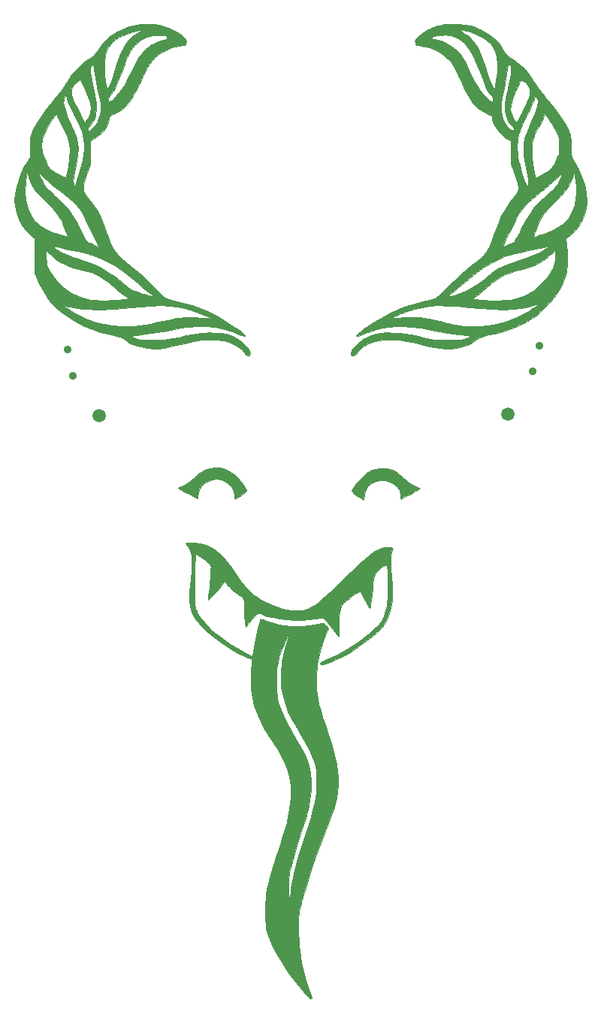
<source format=gbr>
%TF.GenerationSoftware,KiCad,Pcbnew,(5.1.8)-1*%
%TF.CreationDate,2021-11-12T17:25:14-08:00*%
%TF.ProjectId,Krampus,4b72616d-7075-4732-9e6b-696361645f70,rev?*%
%TF.SameCoordinates,Original*%
%TF.FileFunction,Soldermask,Top*%
%TF.FilePolarity,Negative*%
%FSLAX46Y46*%
G04 Gerber Fmt 4.6, Leading zero omitted, Abs format (unit mm)*
G04 Created by KiCad (PCBNEW (5.1.8)-1) date 2021-11-12 17:25:14*
%MOMM*%
%LPD*%
G01*
G04 APERTURE LIST*
%ADD10C,0.010000*%
%ADD11C,0.900000*%
%ADD12C,1.500000*%
G04 APERTURE END LIST*
D10*
%TO.C,G5*%
G36*
X89096730Y-32512493D02*
G01*
X89842210Y-32581679D01*
X90501265Y-32700029D01*
X90805000Y-32786195D01*
X91726368Y-33177156D01*
X92575032Y-33691600D01*
X93314518Y-34301489D01*
X93908349Y-34978785D01*
X94154667Y-35361003D01*
X94355885Y-35676419D01*
X94590911Y-35942655D01*
X94910373Y-36209164D01*
X95307864Y-36487411D01*
X96059074Y-37038957D01*
X96669906Y-37609755D01*
X97198831Y-38260860D01*
X97606381Y-38887400D01*
X97861954Y-39281093D01*
X98211061Y-39774469D01*
X98614099Y-40313698D01*
X99031469Y-40844951D01*
X99182473Y-41029772D01*
X99961635Y-42003215D01*
X100607885Y-42877877D01*
X101114849Y-43644432D01*
X101476152Y-44293552D01*
X101596557Y-44562134D01*
X101704624Y-44866031D01*
X101775122Y-45175205D01*
X101816028Y-45547116D01*
X101835319Y-46039225D01*
X101839015Y-46308721D01*
X101845401Y-46813716D01*
X101861212Y-47166433D01*
X101897618Y-47417788D01*
X101965791Y-47618695D01*
X102076901Y-47820070D01*
X102218126Y-48036685D01*
X102649574Y-48795474D01*
X103017328Y-49655599D01*
X103305781Y-50562498D01*
X103499325Y-51461612D01*
X103582352Y-52298380D01*
X103571118Y-52766274D01*
X103417109Y-53629881D01*
X103116513Y-54468755D01*
X102693257Y-55236525D01*
X102171266Y-55886816D01*
X101784554Y-56228927D01*
X101270252Y-56616600D01*
X101331511Y-57306120D01*
X101383693Y-58118110D01*
X101398299Y-58915303D01*
X101376742Y-59651966D01*
X101320438Y-60282368D01*
X101230801Y-60760777D01*
X101223866Y-60785485D01*
X100917718Y-61581678D01*
X100457178Y-62424846D01*
X99871987Y-63276022D01*
X99191883Y-64096240D01*
X98446606Y-64846534D01*
X97665896Y-65487939D01*
X97597114Y-65537426D01*
X96660988Y-66115067D01*
X95589823Y-66626756D01*
X94447500Y-67048030D01*
X93297897Y-67354426D01*
X92495970Y-67490860D01*
X92131662Y-67558712D01*
X91800741Y-67682589D01*
X91430542Y-67893873D01*
X91188523Y-68055495D01*
X90652052Y-68393859D01*
X90139844Y-68638294D01*
X89578058Y-68817465D01*
X88892850Y-68960034D01*
X88831037Y-68970625D01*
X88292624Y-69033681D01*
X87715910Y-69041152D01*
X87069409Y-68989508D01*
X86321630Y-68875222D01*
X85441087Y-68694764D01*
X84607400Y-68497291D01*
X83890266Y-68323838D01*
X83322558Y-68197981D01*
X82858099Y-68112267D01*
X82450711Y-68059246D01*
X82054219Y-68031465D01*
X81661000Y-68021808D01*
X80639019Y-68072137D01*
X79724481Y-68239631D01*
X78935860Y-68517730D01*
X78291630Y-68899871D01*
X77810265Y-69379495D01*
X77800388Y-69392800D01*
X77516949Y-69715952D01*
X77276229Y-69865167D01*
X77091207Y-69834085D01*
X77034631Y-69768025D01*
X77008951Y-69545277D01*
X77130610Y-69246744D01*
X77373360Y-68902273D01*
X77710953Y-68541710D01*
X78117141Y-68194900D01*
X78565676Y-67891690D01*
X78793901Y-67767610D01*
X79329430Y-67531447D01*
X79856756Y-67371590D01*
X80428350Y-67279382D01*
X81096682Y-67246168D01*
X81864200Y-67261178D01*
X82516816Y-67301909D01*
X83146893Y-67374062D01*
X83821153Y-67487544D01*
X84606317Y-67652262D01*
X84810600Y-67698663D01*
X85471306Y-67846704D01*
X85995262Y-67951678D01*
X86442534Y-68021060D01*
X86873184Y-68062324D01*
X87347279Y-68082942D01*
X87924882Y-68090389D01*
X87960200Y-68090562D01*
X88603518Y-68087946D01*
X89087633Y-68070651D01*
X89456258Y-68034776D01*
X89753103Y-67976417D01*
X89966800Y-67911434D01*
X90258874Y-67796750D01*
X90452617Y-67696039D01*
X90500200Y-67647248D01*
X90406407Y-67605257D01*
X90155611Y-67559344D01*
X89793687Y-67517029D01*
X89611200Y-67501500D01*
X89149322Y-67453669D01*
X88566557Y-67374787D01*
X87940744Y-67276203D01*
X87401400Y-67179309D01*
X86043126Y-66929342D01*
X84854375Y-66739194D01*
X83810420Y-66609036D01*
X82886534Y-66539039D01*
X82057992Y-66529375D01*
X81300066Y-66580213D01*
X80588032Y-66691726D01*
X79897162Y-66864085D01*
X79202731Y-67097460D01*
X78842965Y-67238506D01*
X78260729Y-67466272D01*
X77857861Y-67599853D01*
X77633259Y-67638449D01*
X77585821Y-67581262D01*
X77714445Y-67427494D01*
X78018029Y-67176344D01*
X78384400Y-66906011D01*
X79969740Y-65858712D01*
X80308147Y-65673333D01*
X81378971Y-65673333D01*
X81391028Y-65687590D01*
X81508600Y-65652087D01*
X81683149Y-65622288D01*
X82015660Y-65590430D01*
X82460973Y-65560029D01*
X82973925Y-65534604D01*
X83061512Y-65531147D01*
X83657749Y-65515833D01*
X84191589Y-65522180D01*
X84705514Y-65555469D01*
X85242010Y-65620983D01*
X85843558Y-65724003D01*
X86552643Y-65869813D01*
X87411748Y-66063696D01*
X87489383Y-66081709D01*
X88664701Y-66330160D01*
X89702178Y-66491828D01*
X90646604Y-66569016D01*
X91542769Y-66564026D01*
X92435462Y-66479161D01*
X93099897Y-66370137D01*
X94425333Y-66027721D01*
X95756132Y-65507957D01*
X97046154Y-64830064D01*
X97534007Y-64523172D01*
X97950134Y-64239216D01*
X98190266Y-64053063D01*
X98255568Y-63962991D01*
X98147202Y-63967277D01*
X97866333Y-64064199D01*
X97836124Y-64076031D01*
X97096185Y-64315280D01*
X96253740Y-64486429D01*
X95293039Y-64590148D01*
X94198332Y-64627109D01*
X92953871Y-64597985D01*
X91543906Y-64503447D01*
X90398600Y-64393251D01*
X89073578Y-64270189D01*
X87910087Y-64204792D01*
X86874047Y-64199710D01*
X85931379Y-64257591D01*
X85048001Y-64381084D01*
X84189835Y-64572840D01*
X83322801Y-64835508D01*
X82931000Y-64973758D01*
X82637508Y-65087838D01*
X82315663Y-65223088D01*
X81997174Y-65364385D01*
X81713755Y-65496607D01*
X81497117Y-65604631D01*
X81378971Y-65673333D01*
X80308147Y-65673333D01*
X81528889Y-65004613D01*
X83057910Y-64345570D01*
X84552865Y-63883436D01*
X85030817Y-63775932D01*
X85506054Y-63671891D01*
X85943293Y-63563448D01*
X86280050Y-63466695D01*
X86406125Y-63421688D01*
X86495439Y-63363945D01*
X90769138Y-63363945D01*
X90771528Y-63412634D01*
X90887593Y-63450431D01*
X91140498Y-63485855D01*
X91553411Y-63527425D01*
X92024200Y-63571746D01*
X92783921Y-63618738D01*
X93583354Y-63625038D01*
X94362976Y-63593146D01*
X95063263Y-63525559D01*
X95624694Y-63424773D01*
X95644380Y-63419843D01*
X96661761Y-63058460D01*
X97607699Y-62517321D01*
X98459278Y-61813991D01*
X99193585Y-60966033D01*
X99550007Y-60426190D01*
X99772803Y-60037623D01*
X99909698Y-59739935D01*
X99984728Y-59453114D01*
X100021927Y-59097146D01*
X100036539Y-58806484D01*
X100073279Y-57943686D01*
X99405277Y-58568569D01*
X98874901Y-59012543D01*
X98307508Y-59373077D01*
X97655965Y-59673664D01*
X96873137Y-59937797D01*
X96393000Y-60069976D01*
X95591933Y-60286593D01*
X94943654Y-60489143D01*
X94401341Y-60701603D01*
X93918174Y-60947951D01*
X93447334Y-61252163D01*
X92942001Y-61638217D01*
X92355353Y-62130088D01*
X92333517Y-62148874D01*
X91927088Y-62491780D01*
X91540279Y-62805847D01*
X91218076Y-63055279D01*
X91012717Y-63199819D01*
X90857256Y-63295846D01*
X90769138Y-63363945D01*
X86495439Y-63363945D01*
X86589160Y-63303354D01*
X86828043Y-63108852D01*
X87979849Y-63108852D01*
X88020469Y-63151208D01*
X88223012Y-63123658D01*
X88600217Y-63029951D01*
X88868119Y-62956737D01*
X89557202Y-62738690D01*
X90170198Y-62477907D01*
X90760524Y-62144824D01*
X91381594Y-61709880D01*
X91973400Y-61238154D01*
X92589562Y-60741069D01*
X93130779Y-60343819D01*
X93646148Y-60019946D01*
X94184765Y-59742992D01*
X94795729Y-59486500D01*
X95528136Y-59224013D01*
X96002891Y-59066729D01*
X97006431Y-58724325D01*
X97820404Y-58410493D01*
X98455685Y-58120443D01*
X98923150Y-57849384D01*
X99136508Y-57686099D01*
X99270033Y-57547737D01*
X99249839Y-57508568D01*
X99223315Y-57515118D01*
X99070261Y-57551780D01*
X98755715Y-57619376D01*
X98317639Y-57710010D01*
X97793995Y-57815781D01*
X97445315Y-57885044D01*
X96635787Y-58048662D01*
X95984984Y-58190844D01*
X95451132Y-58323164D01*
X94992454Y-58457199D01*
X94567176Y-58604525D01*
X94133523Y-58776717D01*
X93955560Y-58852060D01*
X92942593Y-59339840D01*
X91941892Y-59934259D01*
X90920344Y-60657407D01*
X89844836Y-61531378D01*
X89535000Y-61801283D01*
X89148162Y-62135546D01*
X88749343Y-62468459D01*
X88409670Y-62740932D01*
X88333417Y-62799429D01*
X88088412Y-62992841D01*
X87979849Y-63108852D01*
X86828043Y-63108852D01*
X86882006Y-63064915D01*
X87254236Y-62733318D01*
X87675426Y-62335512D01*
X88041766Y-61972974D01*
X88579174Y-61448127D01*
X89189970Y-60881495D01*
X89812448Y-60328570D01*
X90384902Y-59844844D01*
X90601800Y-59670767D01*
X91056518Y-59308365D01*
X91470704Y-58968840D01*
X91810152Y-58680933D01*
X92040659Y-58473383D01*
X92106132Y-58406734D01*
X92350781Y-58075788D01*
X92578239Y-57658112D01*
X94077697Y-57658112D01*
X94651148Y-57367243D01*
X94970462Y-57214549D01*
X95226640Y-57108734D01*
X95349420Y-57075087D01*
X95434287Y-56987827D01*
X95587632Y-56747685D01*
X95791619Y-56385736D01*
X95796412Y-56376572D01*
X97576280Y-56376572D01*
X97595059Y-56463713D01*
X97600428Y-56464200D01*
X97733092Y-56434329D01*
X98010652Y-56354156D01*
X98385299Y-56237833D01*
X98611911Y-56164722D01*
X99598976Y-55795009D01*
X100404380Y-55382273D01*
X101048198Y-54907839D01*
X101550503Y-54353033D01*
X101931372Y-53699178D01*
X102210878Y-52927601D01*
X102250723Y-52779640D01*
X102353216Y-52198686D01*
X102404594Y-51501836D01*
X102403889Y-50770110D01*
X102350128Y-50084525D01*
X102287519Y-49707800D01*
X102156743Y-49098200D01*
X101983243Y-49727308D01*
X101779077Y-50313556D01*
X101489596Y-50864624D01*
X101089863Y-51416315D01*
X100554940Y-52004433D01*
X100073428Y-52469290D01*
X99518908Y-52997911D01*
X99093465Y-53443758D01*
X98765824Y-53848868D01*
X98504711Y-54255279D01*
X98278852Y-54705027D01*
X98107530Y-55111716D01*
X97941283Y-55519388D01*
X97784873Y-55886834D01*
X97666929Y-56147160D01*
X97648278Y-56184800D01*
X97576280Y-56376572D01*
X95796412Y-56376572D01*
X96028412Y-55933055D01*
X96181170Y-55626000D01*
X96660902Y-54698102D01*
X97125541Y-53924234D01*
X97606642Y-53260651D01*
X98135763Y-52663609D01*
X98711543Y-52118301D01*
X99238527Y-51647357D01*
X99636746Y-51273024D01*
X99934562Y-50963069D01*
X100160337Y-50685257D01*
X100342434Y-50407356D01*
X100509215Y-50097132D01*
X100534057Y-50047053D01*
X100694681Y-49709759D01*
X100811929Y-49442545D01*
X100862836Y-49298065D01*
X100863400Y-49291867D01*
X100797140Y-49318303D01*
X100619835Y-49461796D01*
X100363688Y-49695289D01*
X100228400Y-49825326D01*
X99895529Y-50132251D01*
X99456124Y-50512272D01*
X98966881Y-50917468D01*
X98484499Y-51299916D01*
X98475800Y-51306627D01*
X97985400Y-51700515D01*
X97480653Y-52132667D01*
X97021552Y-52550221D01*
X96673494Y-52894579D01*
X96464636Y-53121503D01*
X96280892Y-53338890D01*
X96108949Y-53570398D01*
X95935496Y-53839682D01*
X95747218Y-54170398D01*
X95530804Y-54586202D01*
X95272940Y-55110749D01*
X94960314Y-55767696D01*
X94579613Y-56580699D01*
X94485912Y-56781756D01*
X94077697Y-57658112D01*
X92578239Y-57658112D01*
X92590532Y-57635539D01*
X92838067Y-57058573D01*
X93106067Y-56317475D01*
X93192762Y-56057800D01*
X93568183Y-55011483D01*
X93966668Y-54110541D01*
X94419204Y-53297302D01*
X94956777Y-52514095D01*
X95394745Y-51959515D01*
X95628870Y-51658912D01*
X95783522Y-51394443D01*
X95859692Y-51127010D01*
X95858368Y-50817513D01*
X95780544Y-50426851D01*
X95627208Y-49915927D01*
X95459126Y-49418336D01*
X95281593Y-48893814D01*
X95161537Y-48493970D01*
X95087498Y-48152333D01*
X95048015Y-47802433D01*
X95031629Y-47377797D01*
X95027326Y-46913800D01*
X95025193Y-46456600D01*
X95748793Y-46456600D01*
X95772180Y-47081254D01*
X95839155Y-47605829D01*
X95964612Y-48131408D01*
X96025680Y-48336200D01*
X96185642Y-48857900D01*
X96357893Y-49427858D01*
X96507662Y-49930943D01*
X96520442Y-49974433D01*
X96664688Y-50393816D01*
X96794544Y-50638052D01*
X96900424Y-50702048D01*
X96972739Y-50580709D01*
X97001899Y-50268940D01*
X97002077Y-50230329D01*
X96980883Y-49959692D01*
X96923861Y-49550447D01*
X96840181Y-49062144D01*
X96757368Y-48641000D01*
X96593698Y-47813084D01*
X96489645Y-47131777D01*
X96451727Y-46567986D01*
X97418444Y-46567986D01*
X97442972Y-47373240D01*
X97527692Y-48249524D01*
X97670620Y-49156469D01*
X97769299Y-49635798D01*
X97821379Y-49868597D01*
X98453389Y-49513103D01*
X98832317Y-49288271D01*
X99191659Y-49055677D01*
X99426975Y-48885896D01*
X99676270Y-48616665D01*
X99945838Y-48205853D01*
X100137916Y-47840192D01*
X100325360Y-47426981D01*
X100436013Y-47102927D01*
X100489610Y-46780331D01*
X100505886Y-46371493D01*
X100506431Y-46202600D01*
X100495898Y-45734643D01*
X100453672Y-45384692D01*
X100362170Y-45068047D01*
X100203813Y-44700002D01*
X100187203Y-44664687D01*
X99965500Y-44240647D01*
X99679202Y-43754179D01*
X99386928Y-43304440D01*
X99361648Y-43268178D01*
X98854468Y-42545980D01*
X98683503Y-43068676D01*
X98534221Y-43434132D01*
X98316451Y-43863150D01*
X98109661Y-44211186D01*
X97878076Y-44607480D01*
X97675293Y-45023711D01*
X97557892Y-45332040D01*
X97456089Y-45874130D01*
X97418444Y-46567986D01*
X96451727Y-46567986D01*
X96450403Y-46548309D01*
X96481170Y-46013908D01*
X96587139Y-45479803D01*
X96773508Y-44897224D01*
X97045471Y-44217399D01*
X97287859Y-43661367D01*
X97519644Y-43115050D01*
X97729572Y-42575902D01*
X97897760Y-42098118D01*
X98004322Y-41735890D01*
X98019439Y-41667534D01*
X98081405Y-41308529D01*
X98088825Y-41076367D01*
X98037102Y-40900926D01*
X97960618Y-40770299D01*
X97779623Y-40494065D01*
X97642596Y-41029496D01*
X97539325Y-41326925D01*
X97358354Y-41744898D01*
X97124864Y-42228728D01*
X96864037Y-42723726D01*
X96854622Y-42740763D01*
X96429733Y-43551965D01*
X96121092Y-44255376D01*
X95914428Y-44898947D01*
X95795472Y-45530630D01*
X95749953Y-46198373D01*
X95748793Y-46456600D01*
X95025193Y-46456600D01*
X95021400Y-45643800D01*
X94411800Y-45237400D01*
X93879859Y-44806515D01*
X93440190Y-44300571D01*
X93125546Y-43765319D01*
X92968682Y-43246512D01*
X92964954Y-43216475D01*
X92908106Y-42927823D01*
X92826326Y-42765635D01*
X92789214Y-42748200D01*
X92640949Y-42705225D01*
X92371475Y-42592669D01*
X92045852Y-42438181D01*
X91722020Y-42225464D01*
X93921127Y-42225464D01*
X94023346Y-42839395D01*
X94186255Y-43289962D01*
X94404506Y-43690486D01*
X94653029Y-44032849D01*
X94904572Y-44292812D01*
X95131880Y-44446138D01*
X95307702Y-44468588D01*
X95396442Y-44366273D01*
X95352340Y-44237096D01*
X95199956Y-44023448D01*
X95061918Y-43867250D01*
X94723993Y-43427116D01*
X94499611Y-42923248D01*
X94386933Y-42333777D01*
X94386109Y-42129309D01*
X94998151Y-42129309D01*
X95067513Y-42479982D01*
X95076153Y-42506903D01*
X95190685Y-42791565D01*
X95343451Y-43094809D01*
X95501507Y-43359435D01*
X95631910Y-43528246D01*
X95682551Y-43559742D01*
X95744311Y-43474687D01*
X95880012Y-43239608D01*
X96072314Y-42886021D01*
X96303874Y-42445442D01*
X96422607Y-42214800D01*
X96764370Y-41518833D01*
X97000999Y-40962313D01*
X97139626Y-40515316D01*
X97187383Y-40147918D01*
X97151402Y-39830194D01*
X97054366Y-39564187D01*
X96913981Y-39355508D01*
X96703969Y-39132742D01*
X96473720Y-38937452D01*
X96272625Y-38811196D01*
X96150073Y-38795537D01*
X96145754Y-38799610D01*
X96094355Y-38901395D01*
X95977993Y-39152753D01*
X95813316Y-39517164D01*
X95616967Y-39958108D01*
X95592758Y-40012868D01*
X95299392Y-40716178D01*
X95107137Y-41280976D01*
X95009042Y-41740830D01*
X94998151Y-42129309D01*
X94386109Y-42129309D01*
X94384122Y-41636835D01*
X94489338Y-40810556D01*
X94700745Y-39833071D01*
X94717272Y-39767133D01*
X94919053Y-38887322D01*
X95035133Y-38182895D01*
X95066322Y-37645369D01*
X95013431Y-37266266D01*
X94967025Y-37153520D01*
X94852028Y-36990351D01*
X94764250Y-36996373D01*
X94697262Y-37181954D01*
X94644632Y-37557460D01*
X94631976Y-37693600D01*
X94580243Y-38090930D01*
X94487843Y-38613358D01*
X94368312Y-39190145D01*
X94247985Y-39700200D01*
X94033011Y-40681186D01*
X93924203Y-41514501D01*
X93921127Y-42225464D01*
X91722020Y-42225464D01*
X91351216Y-41981893D01*
X90731473Y-41343218D01*
X90183139Y-40518221D01*
X89953348Y-40073867D01*
X89709878Y-39564907D01*
X89423888Y-38965765D01*
X89139944Y-38369850D01*
X88999501Y-38074600D01*
X88755310Y-37594150D01*
X88493642Y-37133667D01*
X88250393Y-36753801D01*
X88102769Y-36559587D01*
X87459069Y-35962195D01*
X86681503Y-35474949D01*
X85821220Y-35123978D01*
X84929371Y-34935409D01*
X84921530Y-34934548D01*
X84597839Y-34889387D01*
X84418674Y-34822182D01*
X84325679Y-34699592D01*
X84282391Y-34569400D01*
X84249443Y-34387402D01*
X84290036Y-34234742D01*
X84418093Y-34074475D01*
X85812482Y-34074475D01*
X86492371Y-34199749D01*
X87392797Y-34465114D01*
X88243494Y-34910181D01*
X88953632Y-35468121D01*
X89172381Y-35688337D01*
X89366266Y-35921765D01*
X89556921Y-36203226D01*
X89765977Y-36567540D01*
X90015066Y-37049529D01*
X90310431Y-37652160D01*
X90686913Y-38418373D01*
X91003957Y-39029675D01*
X91281736Y-39518111D01*
X91540421Y-39915725D01*
X91800186Y-40254563D01*
X92081202Y-40566669D01*
X92255254Y-40741600D01*
X92609820Y-41056388D01*
X92856940Y-41201369D01*
X92999335Y-41177479D01*
X93040200Y-41011750D01*
X92976636Y-40816515D01*
X92814051Y-40549627D01*
X92685440Y-40384844D01*
X92453961Y-40041956D01*
X92182464Y-39510588D01*
X91875268Y-38800562D01*
X91536692Y-37921702D01*
X91257824Y-37137565D01*
X90835230Y-36103765D01*
X90344818Y-35258866D01*
X89783691Y-34599216D01*
X89148952Y-34121167D01*
X88691885Y-33904715D01*
X88335368Y-33788940D01*
X87992859Y-33729562D01*
X87582842Y-33716597D01*
X87249000Y-33727965D01*
X86783494Y-33767502D01*
X86384716Y-33832785D01*
X86117370Y-33912895D01*
X86098941Y-33922049D01*
X85812482Y-34074475D01*
X84418093Y-34074475D01*
X84432967Y-34055860D01*
X84662450Y-33836147D01*
X85256566Y-33389358D01*
X85747174Y-33127586D01*
X89278040Y-33127586D01*
X89334491Y-33202347D01*
X89543647Y-33351509D01*
X89747848Y-33485369D01*
X90283526Y-33883295D01*
X90746163Y-34345389D01*
X91151649Y-34897938D01*
X91515871Y-35567224D01*
X91854718Y-36379532D01*
X92184077Y-37361148D01*
X92276256Y-37668200D01*
X92442348Y-38200345D01*
X92618433Y-38709823D01*
X92783478Y-39138759D01*
X92916183Y-39428797D01*
X93182799Y-39919394D01*
X93369675Y-38869997D01*
X93485518Y-38015571D01*
X93521989Y-37230990D01*
X93515755Y-37007800D01*
X93403941Y-36162595D01*
X93165371Y-35411763D01*
X92812788Y-34791359D01*
X92671465Y-34619040D01*
X92276370Y-34275710D01*
X91733347Y-33935634D01*
X91096155Y-33626824D01*
X90418552Y-33377292D01*
X90133476Y-33296555D01*
X89666677Y-33180005D01*
X89385150Y-33121910D01*
X89278040Y-33127586D01*
X85747174Y-33127586D01*
X85987825Y-32999183D01*
X86791575Y-32698411D01*
X87042476Y-32629174D01*
X87626788Y-32533317D01*
X88334898Y-32495398D01*
X89096730Y-32512493D01*
G37*
X89096730Y-32512493D02*
X89842210Y-32581679D01*
X90501265Y-32700029D01*
X90805000Y-32786195D01*
X91726368Y-33177156D01*
X92575032Y-33691600D01*
X93314518Y-34301489D01*
X93908349Y-34978785D01*
X94154667Y-35361003D01*
X94355885Y-35676419D01*
X94590911Y-35942655D01*
X94910373Y-36209164D01*
X95307864Y-36487411D01*
X96059074Y-37038957D01*
X96669906Y-37609755D01*
X97198831Y-38260860D01*
X97606381Y-38887400D01*
X97861954Y-39281093D01*
X98211061Y-39774469D01*
X98614099Y-40313698D01*
X99031469Y-40844951D01*
X99182473Y-41029772D01*
X99961635Y-42003215D01*
X100607885Y-42877877D01*
X101114849Y-43644432D01*
X101476152Y-44293552D01*
X101596557Y-44562134D01*
X101704624Y-44866031D01*
X101775122Y-45175205D01*
X101816028Y-45547116D01*
X101835319Y-46039225D01*
X101839015Y-46308721D01*
X101845401Y-46813716D01*
X101861212Y-47166433D01*
X101897618Y-47417788D01*
X101965791Y-47618695D01*
X102076901Y-47820070D01*
X102218126Y-48036685D01*
X102649574Y-48795474D01*
X103017328Y-49655599D01*
X103305781Y-50562498D01*
X103499325Y-51461612D01*
X103582352Y-52298380D01*
X103571118Y-52766274D01*
X103417109Y-53629881D01*
X103116513Y-54468755D01*
X102693257Y-55236525D01*
X102171266Y-55886816D01*
X101784554Y-56228927D01*
X101270252Y-56616600D01*
X101331511Y-57306120D01*
X101383693Y-58118110D01*
X101398299Y-58915303D01*
X101376742Y-59651966D01*
X101320438Y-60282368D01*
X101230801Y-60760777D01*
X101223866Y-60785485D01*
X100917718Y-61581678D01*
X100457178Y-62424846D01*
X99871987Y-63276022D01*
X99191883Y-64096240D01*
X98446606Y-64846534D01*
X97665896Y-65487939D01*
X97597114Y-65537426D01*
X96660988Y-66115067D01*
X95589823Y-66626756D01*
X94447500Y-67048030D01*
X93297897Y-67354426D01*
X92495970Y-67490860D01*
X92131662Y-67558712D01*
X91800741Y-67682589D01*
X91430542Y-67893873D01*
X91188523Y-68055495D01*
X90652052Y-68393859D01*
X90139844Y-68638294D01*
X89578058Y-68817465D01*
X88892850Y-68960034D01*
X88831037Y-68970625D01*
X88292624Y-69033681D01*
X87715910Y-69041152D01*
X87069409Y-68989508D01*
X86321630Y-68875222D01*
X85441087Y-68694764D01*
X84607400Y-68497291D01*
X83890266Y-68323838D01*
X83322558Y-68197981D01*
X82858099Y-68112267D01*
X82450711Y-68059246D01*
X82054219Y-68031465D01*
X81661000Y-68021808D01*
X80639019Y-68072137D01*
X79724481Y-68239631D01*
X78935860Y-68517730D01*
X78291630Y-68899871D01*
X77810265Y-69379495D01*
X77800388Y-69392800D01*
X77516949Y-69715952D01*
X77276229Y-69865167D01*
X77091207Y-69834085D01*
X77034631Y-69768025D01*
X77008951Y-69545277D01*
X77130610Y-69246744D01*
X77373360Y-68902273D01*
X77710953Y-68541710D01*
X78117141Y-68194900D01*
X78565676Y-67891690D01*
X78793901Y-67767610D01*
X79329430Y-67531447D01*
X79856756Y-67371590D01*
X80428350Y-67279382D01*
X81096682Y-67246168D01*
X81864200Y-67261178D01*
X82516816Y-67301909D01*
X83146893Y-67374062D01*
X83821153Y-67487544D01*
X84606317Y-67652262D01*
X84810600Y-67698663D01*
X85471306Y-67846704D01*
X85995262Y-67951678D01*
X86442534Y-68021060D01*
X86873184Y-68062324D01*
X87347279Y-68082942D01*
X87924882Y-68090389D01*
X87960200Y-68090562D01*
X88603518Y-68087946D01*
X89087633Y-68070651D01*
X89456258Y-68034776D01*
X89753103Y-67976417D01*
X89966800Y-67911434D01*
X90258874Y-67796750D01*
X90452617Y-67696039D01*
X90500200Y-67647248D01*
X90406407Y-67605257D01*
X90155611Y-67559344D01*
X89793687Y-67517029D01*
X89611200Y-67501500D01*
X89149322Y-67453669D01*
X88566557Y-67374787D01*
X87940744Y-67276203D01*
X87401400Y-67179309D01*
X86043126Y-66929342D01*
X84854375Y-66739194D01*
X83810420Y-66609036D01*
X82886534Y-66539039D01*
X82057992Y-66529375D01*
X81300066Y-66580213D01*
X80588032Y-66691726D01*
X79897162Y-66864085D01*
X79202731Y-67097460D01*
X78842965Y-67238506D01*
X78260729Y-67466272D01*
X77857861Y-67599853D01*
X77633259Y-67638449D01*
X77585821Y-67581262D01*
X77714445Y-67427494D01*
X78018029Y-67176344D01*
X78384400Y-66906011D01*
X79969740Y-65858712D01*
X80308147Y-65673333D01*
X81378971Y-65673333D01*
X81391028Y-65687590D01*
X81508600Y-65652087D01*
X81683149Y-65622288D01*
X82015660Y-65590430D01*
X82460973Y-65560029D01*
X82973925Y-65534604D01*
X83061512Y-65531147D01*
X83657749Y-65515833D01*
X84191589Y-65522180D01*
X84705514Y-65555469D01*
X85242010Y-65620983D01*
X85843558Y-65724003D01*
X86552643Y-65869813D01*
X87411748Y-66063696D01*
X87489383Y-66081709D01*
X88664701Y-66330160D01*
X89702178Y-66491828D01*
X90646604Y-66569016D01*
X91542769Y-66564026D01*
X92435462Y-66479161D01*
X93099897Y-66370137D01*
X94425333Y-66027721D01*
X95756132Y-65507957D01*
X97046154Y-64830064D01*
X97534007Y-64523172D01*
X97950134Y-64239216D01*
X98190266Y-64053063D01*
X98255568Y-63962991D01*
X98147202Y-63967277D01*
X97866333Y-64064199D01*
X97836124Y-64076031D01*
X97096185Y-64315280D01*
X96253740Y-64486429D01*
X95293039Y-64590148D01*
X94198332Y-64627109D01*
X92953871Y-64597985D01*
X91543906Y-64503447D01*
X90398600Y-64393251D01*
X89073578Y-64270189D01*
X87910087Y-64204792D01*
X86874047Y-64199710D01*
X85931379Y-64257591D01*
X85048001Y-64381084D01*
X84189835Y-64572840D01*
X83322801Y-64835508D01*
X82931000Y-64973758D01*
X82637508Y-65087838D01*
X82315663Y-65223088D01*
X81997174Y-65364385D01*
X81713755Y-65496607D01*
X81497117Y-65604631D01*
X81378971Y-65673333D01*
X80308147Y-65673333D01*
X81528889Y-65004613D01*
X83057910Y-64345570D01*
X84552865Y-63883436D01*
X85030817Y-63775932D01*
X85506054Y-63671891D01*
X85943293Y-63563448D01*
X86280050Y-63466695D01*
X86406125Y-63421688D01*
X86495439Y-63363945D01*
X90769138Y-63363945D01*
X90771528Y-63412634D01*
X90887593Y-63450431D01*
X91140498Y-63485855D01*
X91553411Y-63527425D01*
X92024200Y-63571746D01*
X92783921Y-63618738D01*
X93583354Y-63625038D01*
X94362976Y-63593146D01*
X95063263Y-63525559D01*
X95624694Y-63424773D01*
X95644380Y-63419843D01*
X96661761Y-63058460D01*
X97607699Y-62517321D01*
X98459278Y-61813991D01*
X99193585Y-60966033D01*
X99550007Y-60426190D01*
X99772803Y-60037623D01*
X99909698Y-59739935D01*
X99984728Y-59453114D01*
X100021927Y-59097146D01*
X100036539Y-58806484D01*
X100073279Y-57943686D01*
X99405277Y-58568569D01*
X98874901Y-59012543D01*
X98307508Y-59373077D01*
X97655965Y-59673664D01*
X96873137Y-59937797D01*
X96393000Y-60069976D01*
X95591933Y-60286593D01*
X94943654Y-60489143D01*
X94401341Y-60701603D01*
X93918174Y-60947951D01*
X93447334Y-61252163D01*
X92942001Y-61638217D01*
X92355353Y-62130088D01*
X92333517Y-62148874D01*
X91927088Y-62491780D01*
X91540279Y-62805847D01*
X91218076Y-63055279D01*
X91012717Y-63199819D01*
X90857256Y-63295846D01*
X90769138Y-63363945D01*
X86495439Y-63363945D01*
X86589160Y-63303354D01*
X86828043Y-63108852D01*
X87979849Y-63108852D01*
X88020469Y-63151208D01*
X88223012Y-63123658D01*
X88600217Y-63029951D01*
X88868119Y-62956737D01*
X89557202Y-62738690D01*
X90170198Y-62477907D01*
X90760524Y-62144824D01*
X91381594Y-61709880D01*
X91973400Y-61238154D01*
X92589562Y-60741069D01*
X93130779Y-60343819D01*
X93646148Y-60019946D01*
X94184765Y-59742992D01*
X94795729Y-59486500D01*
X95528136Y-59224013D01*
X96002891Y-59066729D01*
X97006431Y-58724325D01*
X97820404Y-58410493D01*
X98455685Y-58120443D01*
X98923150Y-57849384D01*
X99136508Y-57686099D01*
X99270033Y-57547737D01*
X99249839Y-57508568D01*
X99223315Y-57515118D01*
X99070261Y-57551780D01*
X98755715Y-57619376D01*
X98317639Y-57710010D01*
X97793995Y-57815781D01*
X97445315Y-57885044D01*
X96635787Y-58048662D01*
X95984984Y-58190844D01*
X95451132Y-58323164D01*
X94992454Y-58457199D01*
X94567176Y-58604525D01*
X94133523Y-58776717D01*
X93955560Y-58852060D01*
X92942593Y-59339840D01*
X91941892Y-59934259D01*
X90920344Y-60657407D01*
X89844836Y-61531378D01*
X89535000Y-61801283D01*
X89148162Y-62135546D01*
X88749343Y-62468459D01*
X88409670Y-62740932D01*
X88333417Y-62799429D01*
X88088412Y-62992841D01*
X87979849Y-63108852D01*
X86828043Y-63108852D01*
X86882006Y-63064915D01*
X87254236Y-62733318D01*
X87675426Y-62335512D01*
X88041766Y-61972974D01*
X88579174Y-61448127D01*
X89189970Y-60881495D01*
X89812448Y-60328570D01*
X90384902Y-59844844D01*
X90601800Y-59670767D01*
X91056518Y-59308365D01*
X91470704Y-58968840D01*
X91810152Y-58680933D01*
X92040659Y-58473383D01*
X92106132Y-58406734D01*
X92350781Y-58075788D01*
X92578239Y-57658112D01*
X94077697Y-57658112D01*
X94651148Y-57367243D01*
X94970462Y-57214549D01*
X95226640Y-57108734D01*
X95349420Y-57075087D01*
X95434287Y-56987827D01*
X95587632Y-56747685D01*
X95791619Y-56385736D01*
X95796412Y-56376572D01*
X97576280Y-56376572D01*
X97595059Y-56463713D01*
X97600428Y-56464200D01*
X97733092Y-56434329D01*
X98010652Y-56354156D01*
X98385299Y-56237833D01*
X98611911Y-56164722D01*
X99598976Y-55795009D01*
X100404380Y-55382273D01*
X101048198Y-54907839D01*
X101550503Y-54353033D01*
X101931372Y-53699178D01*
X102210878Y-52927601D01*
X102250723Y-52779640D01*
X102353216Y-52198686D01*
X102404594Y-51501836D01*
X102403889Y-50770110D01*
X102350128Y-50084525D01*
X102287519Y-49707800D01*
X102156743Y-49098200D01*
X101983243Y-49727308D01*
X101779077Y-50313556D01*
X101489596Y-50864624D01*
X101089863Y-51416315D01*
X100554940Y-52004433D01*
X100073428Y-52469290D01*
X99518908Y-52997911D01*
X99093465Y-53443758D01*
X98765824Y-53848868D01*
X98504711Y-54255279D01*
X98278852Y-54705027D01*
X98107530Y-55111716D01*
X97941283Y-55519388D01*
X97784873Y-55886834D01*
X97666929Y-56147160D01*
X97648278Y-56184800D01*
X97576280Y-56376572D01*
X95796412Y-56376572D01*
X96028412Y-55933055D01*
X96181170Y-55626000D01*
X96660902Y-54698102D01*
X97125541Y-53924234D01*
X97606642Y-53260651D01*
X98135763Y-52663609D01*
X98711543Y-52118301D01*
X99238527Y-51647357D01*
X99636746Y-51273024D01*
X99934562Y-50963069D01*
X100160337Y-50685257D01*
X100342434Y-50407356D01*
X100509215Y-50097132D01*
X100534057Y-50047053D01*
X100694681Y-49709759D01*
X100811929Y-49442545D01*
X100862836Y-49298065D01*
X100863400Y-49291867D01*
X100797140Y-49318303D01*
X100619835Y-49461796D01*
X100363688Y-49695289D01*
X100228400Y-49825326D01*
X99895529Y-50132251D01*
X99456124Y-50512272D01*
X98966881Y-50917468D01*
X98484499Y-51299916D01*
X98475800Y-51306627D01*
X97985400Y-51700515D01*
X97480653Y-52132667D01*
X97021552Y-52550221D01*
X96673494Y-52894579D01*
X96464636Y-53121503D01*
X96280892Y-53338890D01*
X96108949Y-53570398D01*
X95935496Y-53839682D01*
X95747218Y-54170398D01*
X95530804Y-54586202D01*
X95272940Y-55110749D01*
X94960314Y-55767696D01*
X94579613Y-56580699D01*
X94485912Y-56781756D01*
X94077697Y-57658112D01*
X92578239Y-57658112D01*
X92590532Y-57635539D01*
X92838067Y-57058573D01*
X93106067Y-56317475D01*
X93192762Y-56057800D01*
X93568183Y-55011483D01*
X93966668Y-54110541D01*
X94419204Y-53297302D01*
X94956777Y-52514095D01*
X95394745Y-51959515D01*
X95628870Y-51658912D01*
X95783522Y-51394443D01*
X95859692Y-51127010D01*
X95858368Y-50817513D01*
X95780544Y-50426851D01*
X95627208Y-49915927D01*
X95459126Y-49418336D01*
X95281593Y-48893814D01*
X95161537Y-48493970D01*
X95087498Y-48152333D01*
X95048015Y-47802433D01*
X95031629Y-47377797D01*
X95027326Y-46913800D01*
X95025193Y-46456600D01*
X95748793Y-46456600D01*
X95772180Y-47081254D01*
X95839155Y-47605829D01*
X95964612Y-48131408D01*
X96025680Y-48336200D01*
X96185642Y-48857900D01*
X96357893Y-49427858D01*
X96507662Y-49930943D01*
X96520442Y-49974433D01*
X96664688Y-50393816D01*
X96794544Y-50638052D01*
X96900424Y-50702048D01*
X96972739Y-50580709D01*
X97001899Y-50268940D01*
X97002077Y-50230329D01*
X96980883Y-49959692D01*
X96923861Y-49550447D01*
X96840181Y-49062144D01*
X96757368Y-48641000D01*
X96593698Y-47813084D01*
X96489645Y-47131777D01*
X96451727Y-46567986D01*
X97418444Y-46567986D01*
X97442972Y-47373240D01*
X97527692Y-48249524D01*
X97670620Y-49156469D01*
X97769299Y-49635798D01*
X97821379Y-49868597D01*
X98453389Y-49513103D01*
X98832317Y-49288271D01*
X99191659Y-49055677D01*
X99426975Y-48885896D01*
X99676270Y-48616665D01*
X99945838Y-48205853D01*
X100137916Y-47840192D01*
X100325360Y-47426981D01*
X100436013Y-47102927D01*
X100489610Y-46780331D01*
X100505886Y-46371493D01*
X100506431Y-46202600D01*
X100495898Y-45734643D01*
X100453672Y-45384692D01*
X100362170Y-45068047D01*
X100203813Y-44700002D01*
X100187203Y-44664687D01*
X99965500Y-44240647D01*
X99679202Y-43754179D01*
X99386928Y-43304440D01*
X99361648Y-43268178D01*
X98854468Y-42545980D01*
X98683503Y-43068676D01*
X98534221Y-43434132D01*
X98316451Y-43863150D01*
X98109661Y-44211186D01*
X97878076Y-44607480D01*
X97675293Y-45023711D01*
X97557892Y-45332040D01*
X97456089Y-45874130D01*
X97418444Y-46567986D01*
X96451727Y-46567986D01*
X96450403Y-46548309D01*
X96481170Y-46013908D01*
X96587139Y-45479803D01*
X96773508Y-44897224D01*
X97045471Y-44217399D01*
X97287859Y-43661367D01*
X97519644Y-43115050D01*
X97729572Y-42575902D01*
X97897760Y-42098118D01*
X98004322Y-41735890D01*
X98019439Y-41667534D01*
X98081405Y-41308529D01*
X98088825Y-41076367D01*
X98037102Y-40900926D01*
X97960618Y-40770299D01*
X97779623Y-40494065D01*
X97642596Y-41029496D01*
X97539325Y-41326925D01*
X97358354Y-41744898D01*
X97124864Y-42228728D01*
X96864037Y-42723726D01*
X96854622Y-42740763D01*
X96429733Y-43551965D01*
X96121092Y-44255376D01*
X95914428Y-44898947D01*
X95795472Y-45530630D01*
X95749953Y-46198373D01*
X95748793Y-46456600D01*
X95025193Y-46456600D01*
X95021400Y-45643800D01*
X94411800Y-45237400D01*
X93879859Y-44806515D01*
X93440190Y-44300571D01*
X93125546Y-43765319D01*
X92968682Y-43246512D01*
X92964954Y-43216475D01*
X92908106Y-42927823D01*
X92826326Y-42765635D01*
X92789214Y-42748200D01*
X92640949Y-42705225D01*
X92371475Y-42592669D01*
X92045852Y-42438181D01*
X91722020Y-42225464D01*
X93921127Y-42225464D01*
X94023346Y-42839395D01*
X94186255Y-43289962D01*
X94404506Y-43690486D01*
X94653029Y-44032849D01*
X94904572Y-44292812D01*
X95131880Y-44446138D01*
X95307702Y-44468588D01*
X95396442Y-44366273D01*
X95352340Y-44237096D01*
X95199956Y-44023448D01*
X95061918Y-43867250D01*
X94723993Y-43427116D01*
X94499611Y-42923248D01*
X94386933Y-42333777D01*
X94386109Y-42129309D01*
X94998151Y-42129309D01*
X95067513Y-42479982D01*
X95076153Y-42506903D01*
X95190685Y-42791565D01*
X95343451Y-43094809D01*
X95501507Y-43359435D01*
X95631910Y-43528246D01*
X95682551Y-43559742D01*
X95744311Y-43474687D01*
X95880012Y-43239608D01*
X96072314Y-42886021D01*
X96303874Y-42445442D01*
X96422607Y-42214800D01*
X96764370Y-41518833D01*
X97000999Y-40962313D01*
X97139626Y-40515316D01*
X97187383Y-40147918D01*
X97151402Y-39830194D01*
X97054366Y-39564187D01*
X96913981Y-39355508D01*
X96703969Y-39132742D01*
X96473720Y-38937452D01*
X96272625Y-38811196D01*
X96150073Y-38795537D01*
X96145754Y-38799610D01*
X96094355Y-38901395D01*
X95977993Y-39152753D01*
X95813316Y-39517164D01*
X95616967Y-39958108D01*
X95592758Y-40012868D01*
X95299392Y-40716178D01*
X95107137Y-41280976D01*
X95009042Y-41740830D01*
X94998151Y-42129309D01*
X94386109Y-42129309D01*
X94384122Y-41636835D01*
X94489338Y-40810556D01*
X94700745Y-39833071D01*
X94717272Y-39767133D01*
X94919053Y-38887322D01*
X95035133Y-38182895D01*
X95066322Y-37645369D01*
X95013431Y-37266266D01*
X94967025Y-37153520D01*
X94852028Y-36990351D01*
X94764250Y-36996373D01*
X94697262Y-37181954D01*
X94644632Y-37557460D01*
X94631976Y-37693600D01*
X94580243Y-38090930D01*
X94487843Y-38613358D01*
X94368312Y-39190145D01*
X94247985Y-39700200D01*
X94033011Y-40681186D01*
X93924203Y-41514501D01*
X93921127Y-42225464D01*
X91722020Y-42225464D01*
X91351216Y-41981893D01*
X90731473Y-41343218D01*
X90183139Y-40518221D01*
X89953348Y-40073867D01*
X89709878Y-39564907D01*
X89423888Y-38965765D01*
X89139944Y-38369850D01*
X88999501Y-38074600D01*
X88755310Y-37594150D01*
X88493642Y-37133667D01*
X88250393Y-36753801D01*
X88102769Y-36559587D01*
X87459069Y-35962195D01*
X86681503Y-35474949D01*
X85821220Y-35123978D01*
X84929371Y-34935409D01*
X84921530Y-34934548D01*
X84597839Y-34889387D01*
X84418674Y-34822182D01*
X84325679Y-34699592D01*
X84282391Y-34569400D01*
X84249443Y-34387402D01*
X84290036Y-34234742D01*
X84418093Y-34074475D01*
X85812482Y-34074475D01*
X86492371Y-34199749D01*
X87392797Y-34465114D01*
X88243494Y-34910181D01*
X88953632Y-35468121D01*
X89172381Y-35688337D01*
X89366266Y-35921765D01*
X89556921Y-36203226D01*
X89765977Y-36567540D01*
X90015066Y-37049529D01*
X90310431Y-37652160D01*
X90686913Y-38418373D01*
X91003957Y-39029675D01*
X91281736Y-39518111D01*
X91540421Y-39915725D01*
X91800186Y-40254563D01*
X92081202Y-40566669D01*
X92255254Y-40741600D01*
X92609820Y-41056388D01*
X92856940Y-41201369D01*
X92999335Y-41177479D01*
X93040200Y-41011750D01*
X92976636Y-40816515D01*
X92814051Y-40549627D01*
X92685440Y-40384844D01*
X92453961Y-40041956D01*
X92182464Y-39510588D01*
X91875268Y-38800562D01*
X91536692Y-37921702D01*
X91257824Y-37137565D01*
X90835230Y-36103765D01*
X90344818Y-35258866D01*
X89783691Y-34599216D01*
X89148952Y-34121167D01*
X88691885Y-33904715D01*
X88335368Y-33788940D01*
X87992859Y-33729562D01*
X87582842Y-33716597D01*
X87249000Y-33727965D01*
X86783494Y-33767502D01*
X86384716Y-33832785D01*
X86117370Y-33912895D01*
X86098941Y-33922049D01*
X85812482Y-34074475D01*
X84418093Y-34074475D01*
X84432967Y-34055860D01*
X84662450Y-33836147D01*
X85256566Y-33389358D01*
X85747174Y-33127586D01*
X89278040Y-33127586D01*
X89334491Y-33202347D01*
X89543647Y-33351509D01*
X89747848Y-33485369D01*
X90283526Y-33883295D01*
X90746163Y-34345389D01*
X91151649Y-34897938D01*
X91515871Y-35567224D01*
X91854718Y-36379532D01*
X92184077Y-37361148D01*
X92276256Y-37668200D01*
X92442348Y-38200345D01*
X92618433Y-38709823D01*
X92783478Y-39138759D01*
X92916183Y-39428797D01*
X93182799Y-39919394D01*
X93369675Y-38869997D01*
X93485518Y-38015571D01*
X93521989Y-37230990D01*
X93515755Y-37007800D01*
X93403941Y-36162595D01*
X93165371Y-35411763D01*
X92812788Y-34791359D01*
X92671465Y-34619040D01*
X92276370Y-34275710D01*
X91733347Y-33935634D01*
X91096155Y-33626824D01*
X90418552Y-33377292D01*
X90133476Y-33296555D01*
X89666677Y-33180005D01*
X89385150Y-33121910D01*
X89278040Y-33127586D01*
X85747174Y-33127586D01*
X85987825Y-32999183D01*
X86791575Y-32698411D01*
X87042476Y-32629174D01*
X87626788Y-32533317D01*
X88334898Y-32495398D01*
X89096730Y-32512493D01*
G36*
X54946518Y-32514801D02*
G01*
X55375968Y-32568782D01*
X55654723Y-32629174D01*
X56467746Y-32895981D01*
X57228094Y-33262240D01*
X57871113Y-33695162D01*
X58034749Y-33836147D01*
X58289905Y-34082858D01*
X58417716Y-34255085D01*
X58446974Y-34408386D01*
X58414722Y-34569400D01*
X58350542Y-34741873D01*
X58243355Y-34842394D01*
X58037944Y-34900870D01*
X57727041Y-34941866D01*
X56789151Y-35147904D01*
X55891522Y-35545257D01*
X55350855Y-35895085D01*
X54917748Y-36246775D01*
X54555488Y-36625525D01*
X54230582Y-37076249D01*
X53909538Y-37643858D01*
X53649783Y-38176200D01*
X53270130Y-38986372D01*
X52960846Y-39635950D01*
X52708040Y-40149244D01*
X52497822Y-40550567D01*
X52316303Y-40864232D01*
X52149593Y-41114549D01*
X51983802Y-41325832D01*
X51805040Y-41522393D01*
X51646967Y-41681819D01*
X51289684Y-42022716D01*
X50999821Y-42259268D01*
X50708244Y-42437605D01*
X50345819Y-42603861D01*
X50139600Y-42687661D01*
X49883951Y-42817084D01*
X49774554Y-42969798D01*
X49756368Y-43124015D01*
X49660507Y-43618375D01*
X49397603Y-44139331D01*
X48993646Y-44650016D01*
X48474628Y-45113562D01*
X48236113Y-45280454D01*
X47675800Y-45643800D01*
X47668566Y-46913800D01*
X47662084Y-47453401D01*
X47642131Y-47863057D01*
X47597245Y-48209375D01*
X47515958Y-48558959D01*
X47386807Y-48978416D01*
X47236766Y-49422331D01*
X47027544Y-50051396D01*
X46892373Y-50529917D01*
X46832264Y-50896967D01*
X46848230Y-51191622D01*
X46941282Y-51452957D01*
X47112432Y-51720046D01*
X47302454Y-51959515D01*
X47883614Y-52708398D01*
X48369778Y-53446385D01*
X48788735Y-54225645D01*
X49168271Y-55098348D01*
X49536173Y-56116665D01*
X49568726Y-56214407D01*
X49837214Y-56971367D01*
X50100806Y-57574103D01*
X50390441Y-58068410D01*
X50737058Y-58500078D01*
X51171593Y-58914901D01*
X51659003Y-59308304D01*
X52321268Y-59835679D01*
X53019306Y-60425488D01*
X53711649Y-61040169D01*
X54356834Y-61642157D01*
X54913394Y-62193889D01*
X55279452Y-62588033D01*
X55587450Y-62919970D01*
X55872525Y-63168811D01*
X56179576Y-63356847D01*
X56553499Y-63506367D01*
X57039192Y-63639662D01*
X57676132Y-63777918D01*
X59144783Y-64171780D01*
X60651337Y-64761513D01*
X62190227Y-65544492D01*
X63755882Y-66518093D01*
X64312800Y-66906011D01*
X64756017Y-67236794D01*
X65023300Y-67469204D01*
X65114093Y-67603665D01*
X65027844Y-67640599D01*
X64763997Y-67580427D01*
X64321998Y-67423571D01*
X63871627Y-67242058D01*
X62766083Y-66849517D01*
X61689170Y-66615635D01*
X60564805Y-66524927D01*
X60336635Y-66522600D01*
X59874623Y-66528361D01*
X59427779Y-66548426D01*
X58962942Y-66586965D01*
X58446952Y-66648148D01*
X57846646Y-66736147D01*
X57128863Y-66855130D01*
X56260442Y-67009269D01*
X55803800Y-67092658D01*
X55133394Y-67210797D01*
X54466864Y-67319261D01*
X53854877Y-67410449D01*
X53348099Y-67476758D01*
X53035200Y-67508078D01*
X52651483Y-67544614D01*
X52360125Y-67589012D01*
X52208387Y-67633430D01*
X52197000Y-67647125D01*
X52284665Y-67720588D01*
X52510812Y-67827888D01*
X52730400Y-67911434D01*
X53001412Y-67990443D01*
X53309511Y-68043869D01*
X53698407Y-68075616D01*
X54211810Y-68089587D01*
X54737000Y-68090609D01*
X55401801Y-68080969D01*
X55942036Y-68053100D01*
X56436119Y-67998167D01*
X56962468Y-67907335D01*
X57599498Y-67771769D01*
X57632600Y-67764345D01*
X58462196Y-67581643D01*
X59135000Y-67444023D01*
X59691128Y-67346394D01*
X60170696Y-67283666D01*
X60613821Y-67250749D01*
X61060617Y-67242552D01*
X61551202Y-67253984D01*
X61630375Y-67257050D01*
X62369263Y-67308029D01*
X62970111Y-67406440D01*
X63495959Y-67570449D01*
X64009850Y-67818224D01*
X64404367Y-68056461D01*
X64764038Y-68327779D01*
X65107172Y-68656388D01*
X65399106Y-69000340D01*
X65605174Y-69317690D01*
X65690713Y-69566491D01*
X65689435Y-69611494D01*
X65589301Y-69807872D01*
X65406444Y-69862112D01*
X65202464Y-69775120D01*
X65064336Y-69602297D01*
X64700141Y-69117365D01*
X64165696Y-68710600D01*
X63481471Y-68390051D01*
X62667936Y-68163768D01*
X61745560Y-68039801D01*
X61036200Y-68018304D01*
X60573526Y-68031044D01*
X60152694Y-68065032D01*
X59719322Y-68128887D01*
X59219025Y-68231228D01*
X58597423Y-68380673D01*
X58343800Y-68445022D01*
X57382306Y-68681172D01*
X56577525Y-68854202D01*
X55894494Y-68968448D01*
X55298251Y-69028248D01*
X54753832Y-69037940D01*
X54226274Y-69001861D01*
X54038500Y-68979137D01*
X53282473Y-68850342D01*
X52672165Y-68676190D01*
X52151661Y-68436506D01*
X51694224Y-68133364D01*
X51357861Y-67910918D01*
X50997319Y-67752426D01*
X50535618Y-67626592D01*
X50352078Y-67587736D01*
X49575329Y-67405653D01*
X48734353Y-67166266D01*
X47909252Y-66894709D01*
X47180129Y-66616114D01*
X46981597Y-66530226D01*
X46023394Y-66041877D01*
X45102543Y-65461770D01*
X44255689Y-64818863D01*
X43589899Y-64206853D01*
X44602902Y-64206853D01*
X44685686Y-64293296D01*
X44887461Y-64447282D01*
X45930165Y-65118228D01*
X47102524Y-65680484D01*
X48348839Y-66108629D01*
X48759856Y-66214502D01*
X50062684Y-66461240D01*
X51316153Y-66565221D01*
X52578814Y-66526860D01*
X53909217Y-66346571D01*
X54381400Y-66254267D01*
X55022957Y-66120090D01*
X55752529Y-65967257D01*
X56459293Y-65818992D01*
X56819800Y-65743254D01*
X57347538Y-65637876D01*
X57784068Y-65568727D01*
X58195409Y-65530779D01*
X58647582Y-65519006D01*
X59206607Y-65528378D01*
X59512200Y-65538210D01*
X60059694Y-65561178D01*
X60552282Y-65589059D01*
X60945578Y-65618817D01*
X61195195Y-65647417D01*
X61239400Y-65656326D01*
X61319184Y-65665567D01*
X61242079Y-65613659D01*
X61040045Y-65514462D01*
X60745043Y-65381832D01*
X60389032Y-65229629D01*
X60003974Y-65071711D01*
X59621828Y-64921935D01*
X59274556Y-64794161D01*
X59161179Y-64755194D01*
X58341897Y-64515776D01*
X57496602Y-64343398D01*
X56595648Y-64236446D01*
X55609389Y-64193310D01*
X54508179Y-64212375D01*
X53262371Y-64292030D01*
X52298600Y-64381924D01*
X51282175Y-64484001D01*
X50434859Y-64561945D01*
X49724117Y-64616746D01*
X49117417Y-64649394D01*
X48582226Y-64660881D01*
X48086010Y-64652197D01*
X47596237Y-64624331D01*
X47080373Y-64578275D01*
X46806132Y-64549137D01*
X46248444Y-64483425D01*
X45735253Y-64415339D01*
X45313959Y-64351709D01*
X45031963Y-64299359D01*
X44978002Y-64285852D01*
X44697445Y-64209536D01*
X44602902Y-64206853D01*
X43589899Y-64206853D01*
X43519474Y-64142117D01*
X42930540Y-63460489D01*
X42729607Y-63169800D01*
X42287992Y-62465111D01*
X41947436Y-61886669D01*
X41695668Y-61392061D01*
X41520416Y-60938874D01*
X41409406Y-60484694D01*
X41350367Y-59987110D01*
X41331026Y-59403707D01*
X41339111Y-58692073D01*
X41346539Y-58389945D01*
X41358248Y-57943686D01*
X42623920Y-57943686D01*
X42660660Y-58806484D01*
X42687114Y-59251128D01*
X42737203Y-59574324D01*
X42835058Y-59857823D01*
X43004811Y-60183376D01*
X43130440Y-60397991D01*
X43808586Y-61352811D01*
X44611373Y-62153250D01*
X45526066Y-62790726D01*
X46539928Y-63256660D01*
X47640223Y-63542471D01*
X47844582Y-63573866D01*
X48242274Y-63606173D01*
X48787155Y-63619492D01*
X49424224Y-63615081D01*
X50098481Y-63594196D01*
X50754926Y-63558093D01*
X51338558Y-63508031D01*
X51490649Y-63490549D01*
X52030544Y-63423800D01*
X51613536Y-63148096D01*
X51364076Y-62966593D01*
X51014402Y-62690578D01*
X50615614Y-62361170D01*
X50305714Y-62095693D01*
X49740838Y-61617804D01*
X49244257Y-61239851D01*
X48770285Y-60938706D01*
X48273236Y-60691240D01*
X47707425Y-60474326D01*
X47027165Y-60264837D01*
X46304200Y-60069976D01*
X45433445Y-59815585D01*
X44718756Y-59537092D01*
X44112998Y-59211004D01*
X43569036Y-58813826D01*
X43291922Y-58568569D01*
X42623920Y-57943686D01*
X41358248Y-57943686D01*
X41369578Y-57511883D01*
X43389191Y-57511883D01*
X43447230Y-57589986D01*
X43614341Y-57724766D01*
X43858091Y-57892035D01*
X44146048Y-58067603D01*
X44393056Y-58201120D01*
X44686276Y-58331842D01*
X45126531Y-58506257D01*
X45667090Y-58706864D01*
X46261221Y-58916161D01*
X46670534Y-59054039D01*
X47498634Y-59337129D01*
X48176158Y-59596424D01*
X48749756Y-59857034D01*
X49266079Y-60144069D01*
X49771777Y-60482638D01*
X50313502Y-60897853D01*
X50727128Y-61237519D01*
X51356903Y-61744525D01*
X51901824Y-62132176D01*
X52414809Y-62430476D01*
X52948777Y-62669431D01*
X53556647Y-62879046D01*
X53697808Y-62921897D01*
X54213658Y-63068702D01*
X54548312Y-63145265D01*
X54711428Y-63151091D01*
X54712664Y-63085686D01*
X54561677Y-62948554D01*
X54472843Y-62882204D01*
X54247540Y-62706774D01*
X53912888Y-62431321D01*
X53511077Y-62091196D01*
X53084298Y-61721749D01*
X53009800Y-61656373D01*
X51693977Y-60585885D01*
X50395319Y-59706814D01*
X49098602Y-59009978D01*
X47788601Y-58486192D01*
X47713563Y-58461472D01*
X47348006Y-58356000D01*
X46838258Y-58227424D01*
X46240062Y-58088911D01*
X45609164Y-57953625D01*
X45301455Y-57891812D01*
X44735226Y-57779820D01*
X44231208Y-57678065D01*
X43826595Y-57594219D01*
X43558580Y-57535952D01*
X43472655Y-57514646D01*
X43389191Y-57511883D01*
X41369578Y-57511883D01*
X41393577Y-56597353D01*
X41037458Y-56353336D01*
X40496973Y-55876226D01*
X40013537Y-55245373D01*
X39609729Y-54507291D01*
X39308128Y-53708492D01*
X39131310Y-52895488D01*
X39093865Y-52349400D01*
X39151604Y-51667589D01*
X39234031Y-51262937D01*
X40298366Y-51262937D01*
X40368123Y-52306870D01*
X40568960Y-53206441D01*
X40906514Y-53977146D01*
X41386426Y-54634481D01*
X41606029Y-54856585D01*
X41977588Y-55175913D01*
X42365108Y-55441041D01*
X42816181Y-55677461D01*
X43378400Y-55910663D01*
X43967400Y-56121356D01*
X44479307Y-56294252D01*
X44824845Y-56401116D01*
X45029401Y-56443140D01*
X45118364Y-56421516D01*
X45117122Y-56337435D01*
X45051062Y-56192089D01*
X45040579Y-56171737D01*
X44928103Y-55927739D01*
X44779195Y-55570362D01*
X44627680Y-55181137D01*
X44393292Y-54627132D01*
X44116620Y-54129538D01*
X43767357Y-53647250D01*
X43315198Y-53139162D01*
X42729836Y-52564170D01*
X42628251Y-52469220D01*
X41984594Y-51836610D01*
X41492783Y-51268740D01*
X41127964Y-50730012D01*
X40865283Y-50184827D01*
X40713956Y-49727308D01*
X40591000Y-49281471D01*
X41833800Y-49281471D01*
X41876591Y-49402816D01*
X41989714Y-49654288D01*
X42150290Y-49985452D01*
X42180431Y-50045590D01*
X42338487Y-50347878D01*
X42492143Y-50602902D01*
X42668844Y-50842080D01*
X42896035Y-51096828D01*
X43201160Y-51398561D01*
X43611664Y-51778696D01*
X44004045Y-52133102D01*
X44615351Y-52722708D01*
X45144816Y-53329758D01*
X45624675Y-53999249D01*
X46087164Y-54776174D01*
X46564518Y-55705529D01*
X46566784Y-55710197D01*
X46821731Y-56230701D01*
X47011895Y-56598309D01*
X47159364Y-56843817D01*
X47286228Y-56998023D01*
X47414572Y-57091726D01*
X47566486Y-57155723D01*
X47615324Y-57172206D01*
X47955867Y-57308476D01*
X48266479Y-57469621D01*
X48304581Y-57493740D01*
X48501511Y-57620891D01*
X48603927Y-57681836D01*
X48606743Y-57682730D01*
X48571626Y-57595444D01*
X48464006Y-57352022D01*
X48296651Y-56980772D01*
X48082325Y-56510002D01*
X47833796Y-55968019D01*
X47816670Y-55930800D01*
X47421724Y-55087321D01*
X47076939Y-54397818D01*
X46755750Y-53828103D01*
X46431595Y-53343994D01*
X46077912Y-52911304D01*
X45668136Y-52495849D01*
X45175706Y-52063445D01*
X44574057Y-51579906D01*
X44226002Y-51309840D01*
X43743660Y-50927969D01*
X43253609Y-50522664D01*
X42812303Y-50141620D01*
X42476199Y-49832531D01*
X42468800Y-49825326D01*
X42186993Y-49558252D01*
X41969372Y-49367090D01*
X41848233Y-49279499D01*
X41833800Y-49281471D01*
X40591000Y-49281471D01*
X40540456Y-49098200D01*
X40416734Y-49688137D01*
X40361135Y-50064147D01*
X40319848Y-50556751D01*
X40299370Y-51079493D01*
X40298366Y-51262937D01*
X39234031Y-51262937D01*
X39311580Y-50882234D01*
X39554878Y-50052921D01*
X39862581Y-49239238D01*
X40215773Y-48500772D01*
X40432345Y-48133000D01*
X40857158Y-47472600D01*
X40830596Y-46507400D01*
X40830446Y-46118569D01*
X42166057Y-46118569D01*
X42220149Y-46760217D01*
X42242154Y-46874857D01*
X42387418Y-47391428D01*
X42599962Y-47917835D01*
X42848980Y-48389812D01*
X43103670Y-48743095D01*
X43169816Y-48810167D01*
X43425792Y-49014141D01*
X43751456Y-49230082D01*
X44102717Y-49434516D01*
X44435482Y-49603971D01*
X44705657Y-49714974D01*
X44869152Y-49744052D01*
X44894401Y-49728260D01*
X44937658Y-49581995D01*
X45002693Y-49282739D01*
X45079699Y-48878232D01*
X45138594Y-48539400D01*
X45275266Y-47545896D01*
X45321410Y-46700441D01*
X45272341Y-45966906D01*
X45123374Y-45309161D01*
X44869824Y-44691078D01*
X44572873Y-44176539D01*
X44339415Y-43777901D01*
X44130653Y-43357478D01*
X44008166Y-43051768D01*
X43841916Y-42543487D01*
X43331539Y-43280843D01*
X42814586Y-44091335D01*
X42454123Y-44814323D01*
X42240997Y-45480003D01*
X42166057Y-46118569D01*
X40830446Y-46118569D01*
X40830370Y-45924940D01*
X40872677Y-45459873D01*
X40966779Y-45029137D01*
X41012696Y-44874217D01*
X41224851Y-44356817D01*
X41567812Y-43725386D01*
X42024765Y-43005530D01*
X42578895Y-42222854D01*
X43213389Y-41402966D01*
X43333758Y-41257016D01*
X44622583Y-41257016D01*
X44674893Y-41654668D01*
X44815670Y-42165552D01*
X45049269Y-42807897D01*
X45380043Y-43599932D01*
X45536295Y-43953268D01*
X45857056Y-44706565D01*
X46080951Y-45344707D01*
X46213415Y-45921284D01*
X46259880Y-46489883D01*
X46225783Y-47104092D01*
X46116557Y-47817499D01*
X45991109Y-48438220D01*
X45838411Y-49199429D01*
X45746377Y-49784062D01*
X45713538Y-50209011D01*
X45738424Y-50491168D01*
X45800692Y-50627613D01*
X45874990Y-50682390D01*
X45944990Y-50629232D01*
X46028150Y-50439279D01*
X46141927Y-50083670D01*
X46153962Y-50043567D01*
X46292386Y-49584622D01*
X46459802Y-49034944D01*
X46624731Y-48497790D01*
X46658964Y-48387000D01*
X46824365Y-47780169D01*
X46915029Y-47230618D01*
X46949477Y-46619155D01*
X46951011Y-46507400D01*
X46943240Y-45972732D01*
X46901945Y-45487817D01*
X46816266Y-45019438D01*
X46675343Y-44534377D01*
X46621488Y-44395214D01*
X47352356Y-44395214D01*
X47359815Y-44432090D01*
X47422279Y-44521126D01*
X47536692Y-44497367D01*
X47732112Y-44369874D01*
X47995650Y-44134111D01*
X48247474Y-43836139D01*
X48287394Y-43778457D01*
X48444743Y-43476739D01*
X48601735Y-43074823D01*
X48699562Y-42750858D01*
X48782444Y-42345191D01*
X48816482Y-41933970D01*
X48798395Y-41478673D01*
X48728323Y-40965812D01*
X49663430Y-40965812D01*
X49670936Y-41149072D01*
X49765378Y-41224200D01*
X49907455Y-41166874D01*
X50134029Y-41023123D01*
X50223640Y-40957331D01*
X50627430Y-40578699D01*
X51052827Y-40038923D01*
X51506597Y-39327782D01*
X51995506Y-38435056D01*
X52308374Y-37808334D01*
X52721335Y-36989316D01*
X53092559Y-36334925D01*
X53444944Y-35817142D01*
X53801388Y-35407948D01*
X54184791Y-35079323D01*
X54618052Y-34803248D01*
X54873342Y-34669829D01*
X55329331Y-34472244D01*
X55822718Y-34300413D01*
X56242118Y-34192551D01*
X56883637Y-34073909D01*
X56597718Y-33921766D01*
X56349523Y-33841064D01*
X55963042Y-33773781D01*
X55503175Y-33730860D01*
X55448200Y-33727965D01*
X54647217Y-33752134D01*
X53960189Y-33918667D01*
X53342937Y-34242312D01*
X52930659Y-34568502D01*
X52655676Y-34844222D01*
X52403411Y-35166004D01*
X52159451Y-35561077D01*
X51909382Y-36056671D01*
X51638791Y-36680015D01*
X51333265Y-37458338D01*
X51170250Y-37894221D01*
X50871103Y-38684664D01*
X50618763Y-39305341D01*
X50401154Y-39780968D01*
X50206203Y-40136261D01*
X50021835Y-40395937D01*
X49870730Y-40554270D01*
X49733689Y-40744260D01*
X49663430Y-40965812D01*
X48728323Y-40965812D01*
X48724902Y-40940780D01*
X48592721Y-40281770D01*
X48430545Y-39592605D01*
X48302566Y-39034577D01*
X48189288Y-38473231D01*
X48103704Y-37977181D01*
X48060863Y-37640558D01*
X48026903Y-37280151D01*
X48005267Y-37160200D01*
X49205921Y-37160200D01*
X49220830Y-37716430D01*
X49265853Y-38320863D01*
X49332022Y-38860421D01*
X49348602Y-38959615D01*
X49424014Y-39363299D01*
X49482425Y-39597932D01*
X49538983Y-39695103D01*
X49608837Y-39686401D01*
X49672619Y-39635264D01*
X49766585Y-39482959D01*
X49901337Y-39176715D01*
X50060520Y-38757594D01*
X50227778Y-38266657D01*
X50267953Y-38140649D01*
X50515325Y-37361734D01*
X50717730Y-36746053D01*
X50887365Y-36261847D01*
X51036426Y-35877355D01*
X51177112Y-35560819D01*
X51321620Y-35280478D01*
X51455342Y-35048968D01*
X51804467Y-34516497D01*
X52156806Y-34105202D01*
X52580720Y-33743788D01*
X52959000Y-33480755D01*
X53568600Y-33080106D01*
X53162200Y-33150884D01*
X52478090Y-33314840D01*
X51778061Y-33561053D01*
X51112648Y-33865510D01*
X50532386Y-34204200D01*
X50087810Y-34553111D01*
X49984316Y-34660878D01*
X49592990Y-35242407D01*
X49339274Y-35945669D01*
X49218250Y-36786451D01*
X49205921Y-37160200D01*
X48005267Y-37160200D01*
X47992498Y-37089412D01*
X47940883Y-37035468D01*
X47855294Y-37085445D01*
X47801805Y-37132558D01*
X47693139Y-37261179D01*
X47641509Y-37433027D01*
X47636434Y-37707485D01*
X47653441Y-37973000D01*
X47699150Y-38332370D01*
X47785683Y-38823386D01*
X47900654Y-39381583D01*
X48031680Y-39942499D01*
X48032385Y-39945326D01*
X48175404Y-40544503D01*
X48266832Y-41008186D01*
X48314465Y-41395205D01*
X48326099Y-41764395D01*
X48315140Y-42078926D01*
X48256093Y-42663969D01*
X48133920Y-43121200D01*
X47920965Y-43522886D01*
X47612334Y-43915502D01*
X47416640Y-44187798D01*
X47352356Y-44395214D01*
X46621488Y-44395214D01*
X46468314Y-43999417D01*
X46184321Y-43381342D01*
X45812503Y-42646935D01*
X45489419Y-42037000D01*
X45288688Y-41629619D01*
X45124609Y-41236371D01*
X45026839Y-40929849D01*
X45017115Y-40880898D01*
X44953239Y-40486796D01*
X44765946Y-40728498D01*
X44654386Y-40954369D01*
X44622583Y-41257016D01*
X43333758Y-41257016D01*
X43599772Y-40934472D01*
X43999842Y-40442104D01*
X44194609Y-40187090D01*
X45545523Y-40187090D01*
X45555262Y-40438967D01*
X45590987Y-40672407D01*
X45667005Y-40927466D01*
X45797620Y-41244199D01*
X45997136Y-41662661D01*
X46255593Y-42175359D01*
X46502986Y-42653776D01*
X46719845Y-43060694D01*
X46889063Y-43364979D01*
X46993534Y-43535498D01*
X47016968Y-43561000D01*
X47098841Y-43483367D01*
X47246933Y-43285410D01*
X47344167Y-43140633D01*
X47608741Y-42562419D01*
X47707913Y-41932443D01*
X47640939Y-41355950D01*
X47551998Y-41083986D01*
X47410178Y-40716731D01*
X47233852Y-40294791D01*
X47041395Y-39858773D01*
X46851181Y-39449284D01*
X46681585Y-39106930D01*
X46550981Y-38872318D01*
X46478065Y-38786049D01*
X46365815Y-38850129D01*
X46158858Y-39016034D01*
X45970065Y-39185130D01*
X45729537Y-39422514D01*
X45602143Y-39613683D01*
X45552579Y-39841956D01*
X45545523Y-40187090D01*
X44194609Y-40187090D01*
X44399260Y-39919135D01*
X44755403Y-39423315D01*
X45025648Y-39012395D01*
X45057425Y-38959476D01*
X45629737Y-38098970D01*
X46258588Y-37384365D01*
X46997829Y-36758376D01*
X47374905Y-36494284D01*
X47814960Y-36186228D01*
X48124365Y-35924658D01*
X48352493Y-35661815D01*
X48537793Y-35369400D01*
X49079070Y-34610917D01*
X49793374Y-33934924D01*
X50662239Y-33355933D01*
X51667200Y-32888455D01*
X51719976Y-32868535D01*
X52130098Y-32725739D01*
X52495229Y-32629471D01*
X52882650Y-32568011D01*
X53359642Y-32529639D01*
X53775123Y-32510537D01*
X54432310Y-32496611D01*
X54946518Y-32514801D01*
G37*
X54946518Y-32514801D02*
X55375968Y-32568782D01*
X55654723Y-32629174D01*
X56467746Y-32895981D01*
X57228094Y-33262240D01*
X57871113Y-33695162D01*
X58034749Y-33836147D01*
X58289905Y-34082858D01*
X58417716Y-34255085D01*
X58446974Y-34408386D01*
X58414722Y-34569400D01*
X58350542Y-34741873D01*
X58243355Y-34842394D01*
X58037944Y-34900870D01*
X57727041Y-34941866D01*
X56789151Y-35147904D01*
X55891522Y-35545257D01*
X55350855Y-35895085D01*
X54917748Y-36246775D01*
X54555488Y-36625525D01*
X54230582Y-37076249D01*
X53909538Y-37643858D01*
X53649783Y-38176200D01*
X53270130Y-38986372D01*
X52960846Y-39635950D01*
X52708040Y-40149244D01*
X52497822Y-40550567D01*
X52316303Y-40864232D01*
X52149593Y-41114549D01*
X51983802Y-41325832D01*
X51805040Y-41522393D01*
X51646967Y-41681819D01*
X51289684Y-42022716D01*
X50999821Y-42259268D01*
X50708244Y-42437605D01*
X50345819Y-42603861D01*
X50139600Y-42687661D01*
X49883951Y-42817084D01*
X49774554Y-42969798D01*
X49756368Y-43124015D01*
X49660507Y-43618375D01*
X49397603Y-44139331D01*
X48993646Y-44650016D01*
X48474628Y-45113562D01*
X48236113Y-45280454D01*
X47675800Y-45643800D01*
X47668566Y-46913800D01*
X47662084Y-47453401D01*
X47642131Y-47863057D01*
X47597245Y-48209375D01*
X47515958Y-48558959D01*
X47386807Y-48978416D01*
X47236766Y-49422331D01*
X47027544Y-50051396D01*
X46892373Y-50529917D01*
X46832264Y-50896967D01*
X46848230Y-51191622D01*
X46941282Y-51452957D01*
X47112432Y-51720046D01*
X47302454Y-51959515D01*
X47883614Y-52708398D01*
X48369778Y-53446385D01*
X48788735Y-54225645D01*
X49168271Y-55098348D01*
X49536173Y-56116665D01*
X49568726Y-56214407D01*
X49837214Y-56971367D01*
X50100806Y-57574103D01*
X50390441Y-58068410D01*
X50737058Y-58500078D01*
X51171593Y-58914901D01*
X51659003Y-59308304D01*
X52321268Y-59835679D01*
X53019306Y-60425488D01*
X53711649Y-61040169D01*
X54356834Y-61642157D01*
X54913394Y-62193889D01*
X55279452Y-62588033D01*
X55587450Y-62919970D01*
X55872525Y-63168811D01*
X56179576Y-63356847D01*
X56553499Y-63506367D01*
X57039192Y-63639662D01*
X57676132Y-63777918D01*
X59144783Y-64171780D01*
X60651337Y-64761513D01*
X62190227Y-65544492D01*
X63755882Y-66518093D01*
X64312800Y-66906011D01*
X64756017Y-67236794D01*
X65023300Y-67469204D01*
X65114093Y-67603665D01*
X65027844Y-67640599D01*
X64763997Y-67580427D01*
X64321998Y-67423571D01*
X63871627Y-67242058D01*
X62766083Y-66849517D01*
X61689170Y-66615635D01*
X60564805Y-66524927D01*
X60336635Y-66522600D01*
X59874623Y-66528361D01*
X59427779Y-66548426D01*
X58962942Y-66586965D01*
X58446952Y-66648148D01*
X57846646Y-66736147D01*
X57128863Y-66855130D01*
X56260442Y-67009269D01*
X55803800Y-67092658D01*
X55133394Y-67210797D01*
X54466864Y-67319261D01*
X53854877Y-67410449D01*
X53348099Y-67476758D01*
X53035200Y-67508078D01*
X52651483Y-67544614D01*
X52360125Y-67589012D01*
X52208387Y-67633430D01*
X52197000Y-67647125D01*
X52284665Y-67720588D01*
X52510812Y-67827888D01*
X52730400Y-67911434D01*
X53001412Y-67990443D01*
X53309511Y-68043869D01*
X53698407Y-68075616D01*
X54211810Y-68089587D01*
X54737000Y-68090609D01*
X55401801Y-68080969D01*
X55942036Y-68053100D01*
X56436119Y-67998167D01*
X56962468Y-67907335D01*
X57599498Y-67771769D01*
X57632600Y-67764345D01*
X58462196Y-67581643D01*
X59135000Y-67444023D01*
X59691128Y-67346394D01*
X60170696Y-67283666D01*
X60613821Y-67250749D01*
X61060617Y-67242552D01*
X61551202Y-67253984D01*
X61630375Y-67257050D01*
X62369263Y-67308029D01*
X62970111Y-67406440D01*
X63495959Y-67570449D01*
X64009850Y-67818224D01*
X64404367Y-68056461D01*
X64764038Y-68327779D01*
X65107172Y-68656388D01*
X65399106Y-69000340D01*
X65605174Y-69317690D01*
X65690713Y-69566491D01*
X65689435Y-69611494D01*
X65589301Y-69807872D01*
X65406444Y-69862112D01*
X65202464Y-69775120D01*
X65064336Y-69602297D01*
X64700141Y-69117365D01*
X64165696Y-68710600D01*
X63481471Y-68390051D01*
X62667936Y-68163768D01*
X61745560Y-68039801D01*
X61036200Y-68018304D01*
X60573526Y-68031044D01*
X60152694Y-68065032D01*
X59719322Y-68128887D01*
X59219025Y-68231228D01*
X58597423Y-68380673D01*
X58343800Y-68445022D01*
X57382306Y-68681172D01*
X56577525Y-68854202D01*
X55894494Y-68968448D01*
X55298251Y-69028248D01*
X54753832Y-69037940D01*
X54226274Y-69001861D01*
X54038500Y-68979137D01*
X53282473Y-68850342D01*
X52672165Y-68676190D01*
X52151661Y-68436506D01*
X51694224Y-68133364D01*
X51357861Y-67910918D01*
X50997319Y-67752426D01*
X50535618Y-67626592D01*
X50352078Y-67587736D01*
X49575329Y-67405653D01*
X48734353Y-67166266D01*
X47909252Y-66894709D01*
X47180129Y-66616114D01*
X46981597Y-66530226D01*
X46023394Y-66041877D01*
X45102543Y-65461770D01*
X44255689Y-64818863D01*
X43589899Y-64206853D01*
X44602902Y-64206853D01*
X44685686Y-64293296D01*
X44887461Y-64447282D01*
X45930165Y-65118228D01*
X47102524Y-65680484D01*
X48348839Y-66108629D01*
X48759856Y-66214502D01*
X50062684Y-66461240D01*
X51316153Y-66565221D01*
X52578814Y-66526860D01*
X53909217Y-66346571D01*
X54381400Y-66254267D01*
X55022957Y-66120090D01*
X55752529Y-65967257D01*
X56459293Y-65818992D01*
X56819800Y-65743254D01*
X57347538Y-65637876D01*
X57784068Y-65568727D01*
X58195409Y-65530779D01*
X58647582Y-65519006D01*
X59206607Y-65528378D01*
X59512200Y-65538210D01*
X60059694Y-65561178D01*
X60552282Y-65589059D01*
X60945578Y-65618817D01*
X61195195Y-65647417D01*
X61239400Y-65656326D01*
X61319184Y-65665567D01*
X61242079Y-65613659D01*
X61040045Y-65514462D01*
X60745043Y-65381832D01*
X60389032Y-65229629D01*
X60003974Y-65071711D01*
X59621828Y-64921935D01*
X59274556Y-64794161D01*
X59161179Y-64755194D01*
X58341897Y-64515776D01*
X57496602Y-64343398D01*
X56595648Y-64236446D01*
X55609389Y-64193310D01*
X54508179Y-64212375D01*
X53262371Y-64292030D01*
X52298600Y-64381924D01*
X51282175Y-64484001D01*
X50434859Y-64561945D01*
X49724117Y-64616746D01*
X49117417Y-64649394D01*
X48582226Y-64660881D01*
X48086010Y-64652197D01*
X47596237Y-64624331D01*
X47080373Y-64578275D01*
X46806132Y-64549137D01*
X46248444Y-64483425D01*
X45735253Y-64415339D01*
X45313959Y-64351709D01*
X45031963Y-64299359D01*
X44978002Y-64285852D01*
X44697445Y-64209536D01*
X44602902Y-64206853D01*
X43589899Y-64206853D01*
X43519474Y-64142117D01*
X42930540Y-63460489D01*
X42729607Y-63169800D01*
X42287992Y-62465111D01*
X41947436Y-61886669D01*
X41695668Y-61392061D01*
X41520416Y-60938874D01*
X41409406Y-60484694D01*
X41350367Y-59987110D01*
X41331026Y-59403707D01*
X41339111Y-58692073D01*
X41346539Y-58389945D01*
X41358248Y-57943686D01*
X42623920Y-57943686D01*
X42660660Y-58806484D01*
X42687114Y-59251128D01*
X42737203Y-59574324D01*
X42835058Y-59857823D01*
X43004811Y-60183376D01*
X43130440Y-60397991D01*
X43808586Y-61352811D01*
X44611373Y-62153250D01*
X45526066Y-62790726D01*
X46539928Y-63256660D01*
X47640223Y-63542471D01*
X47844582Y-63573866D01*
X48242274Y-63606173D01*
X48787155Y-63619492D01*
X49424224Y-63615081D01*
X50098481Y-63594196D01*
X50754926Y-63558093D01*
X51338558Y-63508031D01*
X51490649Y-63490549D01*
X52030544Y-63423800D01*
X51613536Y-63148096D01*
X51364076Y-62966593D01*
X51014402Y-62690578D01*
X50615614Y-62361170D01*
X50305714Y-62095693D01*
X49740838Y-61617804D01*
X49244257Y-61239851D01*
X48770285Y-60938706D01*
X48273236Y-60691240D01*
X47707425Y-60474326D01*
X47027165Y-60264837D01*
X46304200Y-60069976D01*
X45433445Y-59815585D01*
X44718756Y-59537092D01*
X44112998Y-59211004D01*
X43569036Y-58813826D01*
X43291922Y-58568569D01*
X42623920Y-57943686D01*
X41358248Y-57943686D01*
X41369578Y-57511883D01*
X43389191Y-57511883D01*
X43447230Y-57589986D01*
X43614341Y-57724766D01*
X43858091Y-57892035D01*
X44146048Y-58067603D01*
X44393056Y-58201120D01*
X44686276Y-58331842D01*
X45126531Y-58506257D01*
X45667090Y-58706864D01*
X46261221Y-58916161D01*
X46670534Y-59054039D01*
X47498634Y-59337129D01*
X48176158Y-59596424D01*
X48749756Y-59857034D01*
X49266079Y-60144069D01*
X49771777Y-60482638D01*
X50313502Y-60897853D01*
X50727128Y-61237519D01*
X51356903Y-61744525D01*
X51901824Y-62132176D01*
X52414809Y-62430476D01*
X52948777Y-62669431D01*
X53556647Y-62879046D01*
X53697808Y-62921897D01*
X54213658Y-63068702D01*
X54548312Y-63145265D01*
X54711428Y-63151091D01*
X54712664Y-63085686D01*
X54561677Y-62948554D01*
X54472843Y-62882204D01*
X54247540Y-62706774D01*
X53912888Y-62431321D01*
X53511077Y-62091196D01*
X53084298Y-61721749D01*
X53009800Y-61656373D01*
X51693977Y-60585885D01*
X50395319Y-59706814D01*
X49098602Y-59009978D01*
X47788601Y-58486192D01*
X47713563Y-58461472D01*
X47348006Y-58356000D01*
X46838258Y-58227424D01*
X46240062Y-58088911D01*
X45609164Y-57953625D01*
X45301455Y-57891812D01*
X44735226Y-57779820D01*
X44231208Y-57678065D01*
X43826595Y-57594219D01*
X43558580Y-57535952D01*
X43472655Y-57514646D01*
X43389191Y-57511883D01*
X41369578Y-57511883D01*
X41393577Y-56597353D01*
X41037458Y-56353336D01*
X40496973Y-55876226D01*
X40013537Y-55245373D01*
X39609729Y-54507291D01*
X39308128Y-53708492D01*
X39131310Y-52895488D01*
X39093865Y-52349400D01*
X39151604Y-51667589D01*
X39234031Y-51262937D01*
X40298366Y-51262937D01*
X40368123Y-52306870D01*
X40568960Y-53206441D01*
X40906514Y-53977146D01*
X41386426Y-54634481D01*
X41606029Y-54856585D01*
X41977588Y-55175913D01*
X42365108Y-55441041D01*
X42816181Y-55677461D01*
X43378400Y-55910663D01*
X43967400Y-56121356D01*
X44479307Y-56294252D01*
X44824845Y-56401116D01*
X45029401Y-56443140D01*
X45118364Y-56421516D01*
X45117122Y-56337435D01*
X45051062Y-56192089D01*
X45040579Y-56171737D01*
X44928103Y-55927739D01*
X44779195Y-55570362D01*
X44627680Y-55181137D01*
X44393292Y-54627132D01*
X44116620Y-54129538D01*
X43767357Y-53647250D01*
X43315198Y-53139162D01*
X42729836Y-52564170D01*
X42628251Y-52469220D01*
X41984594Y-51836610D01*
X41492783Y-51268740D01*
X41127964Y-50730012D01*
X40865283Y-50184827D01*
X40713956Y-49727308D01*
X40591000Y-49281471D01*
X41833800Y-49281471D01*
X41876591Y-49402816D01*
X41989714Y-49654288D01*
X42150290Y-49985452D01*
X42180431Y-50045590D01*
X42338487Y-50347878D01*
X42492143Y-50602902D01*
X42668844Y-50842080D01*
X42896035Y-51096828D01*
X43201160Y-51398561D01*
X43611664Y-51778696D01*
X44004045Y-52133102D01*
X44615351Y-52722708D01*
X45144816Y-53329758D01*
X45624675Y-53999249D01*
X46087164Y-54776174D01*
X46564518Y-55705529D01*
X46566784Y-55710197D01*
X46821731Y-56230701D01*
X47011895Y-56598309D01*
X47159364Y-56843817D01*
X47286228Y-56998023D01*
X47414572Y-57091726D01*
X47566486Y-57155723D01*
X47615324Y-57172206D01*
X47955867Y-57308476D01*
X48266479Y-57469621D01*
X48304581Y-57493740D01*
X48501511Y-57620891D01*
X48603927Y-57681836D01*
X48606743Y-57682730D01*
X48571626Y-57595444D01*
X48464006Y-57352022D01*
X48296651Y-56980772D01*
X48082325Y-56510002D01*
X47833796Y-55968019D01*
X47816670Y-55930800D01*
X47421724Y-55087321D01*
X47076939Y-54397818D01*
X46755750Y-53828103D01*
X46431595Y-53343994D01*
X46077912Y-52911304D01*
X45668136Y-52495849D01*
X45175706Y-52063445D01*
X44574057Y-51579906D01*
X44226002Y-51309840D01*
X43743660Y-50927969D01*
X43253609Y-50522664D01*
X42812303Y-50141620D01*
X42476199Y-49832531D01*
X42468800Y-49825326D01*
X42186993Y-49558252D01*
X41969372Y-49367090D01*
X41848233Y-49279499D01*
X41833800Y-49281471D01*
X40591000Y-49281471D01*
X40540456Y-49098200D01*
X40416734Y-49688137D01*
X40361135Y-50064147D01*
X40319848Y-50556751D01*
X40299370Y-51079493D01*
X40298366Y-51262937D01*
X39234031Y-51262937D01*
X39311580Y-50882234D01*
X39554878Y-50052921D01*
X39862581Y-49239238D01*
X40215773Y-48500772D01*
X40432345Y-48133000D01*
X40857158Y-47472600D01*
X40830596Y-46507400D01*
X40830446Y-46118569D01*
X42166057Y-46118569D01*
X42220149Y-46760217D01*
X42242154Y-46874857D01*
X42387418Y-47391428D01*
X42599962Y-47917835D01*
X42848980Y-48389812D01*
X43103670Y-48743095D01*
X43169816Y-48810167D01*
X43425792Y-49014141D01*
X43751456Y-49230082D01*
X44102717Y-49434516D01*
X44435482Y-49603971D01*
X44705657Y-49714974D01*
X44869152Y-49744052D01*
X44894401Y-49728260D01*
X44937658Y-49581995D01*
X45002693Y-49282739D01*
X45079699Y-48878232D01*
X45138594Y-48539400D01*
X45275266Y-47545896D01*
X45321410Y-46700441D01*
X45272341Y-45966906D01*
X45123374Y-45309161D01*
X44869824Y-44691078D01*
X44572873Y-44176539D01*
X44339415Y-43777901D01*
X44130653Y-43357478D01*
X44008166Y-43051768D01*
X43841916Y-42543487D01*
X43331539Y-43280843D01*
X42814586Y-44091335D01*
X42454123Y-44814323D01*
X42240997Y-45480003D01*
X42166057Y-46118569D01*
X40830446Y-46118569D01*
X40830370Y-45924940D01*
X40872677Y-45459873D01*
X40966779Y-45029137D01*
X41012696Y-44874217D01*
X41224851Y-44356817D01*
X41567812Y-43725386D01*
X42024765Y-43005530D01*
X42578895Y-42222854D01*
X43213389Y-41402966D01*
X43333758Y-41257016D01*
X44622583Y-41257016D01*
X44674893Y-41654668D01*
X44815670Y-42165552D01*
X45049269Y-42807897D01*
X45380043Y-43599932D01*
X45536295Y-43953268D01*
X45857056Y-44706565D01*
X46080951Y-45344707D01*
X46213415Y-45921284D01*
X46259880Y-46489883D01*
X46225783Y-47104092D01*
X46116557Y-47817499D01*
X45991109Y-48438220D01*
X45838411Y-49199429D01*
X45746377Y-49784062D01*
X45713538Y-50209011D01*
X45738424Y-50491168D01*
X45800692Y-50627613D01*
X45874990Y-50682390D01*
X45944990Y-50629232D01*
X46028150Y-50439279D01*
X46141927Y-50083670D01*
X46153962Y-50043567D01*
X46292386Y-49584622D01*
X46459802Y-49034944D01*
X46624731Y-48497790D01*
X46658964Y-48387000D01*
X46824365Y-47780169D01*
X46915029Y-47230618D01*
X46949477Y-46619155D01*
X46951011Y-46507400D01*
X46943240Y-45972732D01*
X46901945Y-45487817D01*
X46816266Y-45019438D01*
X46675343Y-44534377D01*
X46621488Y-44395214D01*
X47352356Y-44395214D01*
X47359815Y-44432090D01*
X47422279Y-44521126D01*
X47536692Y-44497367D01*
X47732112Y-44369874D01*
X47995650Y-44134111D01*
X48247474Y-43836139D01*
X48287394Y-43778457D01*
X48444743Y-43476739D01*
X48601735Y-43074823D01*
X48699562Y-42750858D01*
X48782444Y-42345191D01*
X48816482Y-41933970D01*
X48798395Y-41478673D01*
X48728323Y-40965812D01*
X49663430Y-40965812D01*
X49670936Y-41149072D01*
X49765378Y-41224200D01*
X49907455Y-41166874D01*
X50134029Y-41023123D01*
X50223640Y-40957331D01*
X50627430Y-40578699D01*
X51052827Y-40038923D01*
X51506597Y-39327782D01*
X51995506Y-38435056D01*
X52308374Y-37808334D01*
X52721335Y-36989316D01*
X53092559Y-36334925D01*
X53444944Y-35817142D01*
X53801388Y-35407948D01*
X54184791Y-35079323D01*
X54618052Y-34803248D01*
X54873342Y-34669829D01*
X55329331Y-34472244D01*
X55822718Y-34300413D01*
X56242118Y-34192551D01*
X56883637Y-34073909D01*
X56597718Y-33921766D01*
X56349523Y-33841064D01*
X55963042Y-33773781D01*
X55503175Y-33730860D01*
X55448200Y-33727965D01*
X54647217Y-33752134D01*
X53960189Y-33918667D01*
X53342937Y-34242312D01*
X52930659Y-34568502D01*
X52655676Y-34844222D01*
X52403411Y-35166004D01*
X52159451Y-35561077D01*
X51909382Y-36056671D01*
X51638791Y-36680015D01*
X51333265Y-37458338D01*
X51170250Y-37894221D01*
X50871103Y-38684664D01*
X50618763Y-39305341D01*
X50401154Y-39780968D01*
X50206203Y-40136261D01*
X50021835Y-40395937D01*
X49870730Y-40554270D01*
X49733689Y-40744260D01*
X49663430Y-40965812D01*
X48728323Y-40965812D01*
X48724902Y-40940780D01*
X48592721Y-40281770D01*
X48430545Y-39592605D01*
X48302566Y-39034577D01*
X48189288Y-38473231D01*
X48103704Y-37977181D01*
X48060863Y-37640558D01*
X48026903Y-37280151D01*
X48005267Y-37160200D01*
X49205921Y-37160200D01*
X49220830Y-37716430D01*
X49265853Y-38320863D01*
X49332022Y-38860421D01*
X49348602Y-38959615D01*
X49424014Y-39363299D01*
X49482425Y-39597932D01*
X49538983Y-39695103D01*
X49608837Y-39686401D01*
X49672619Y-39635264D01*
X49766585Y-39482959D01*
X49901337Y-39176715D01*
X50060520Y-38757594D01*
X50227778Y-38266657D01*
X50267953Y-38140649D01*
X50515325Y-37361734D01*
X50717730Y-36746053D01*
X50887365Y-36261847D01*
X51036426Y-35877355D01*
X51177112Y-35560819D01*
X51321620Y-35280478D01*
X51455342Y-35048968D01*
X51804467Y-34516497D01*
X52156806Y-34105202D01*
X52580720Y-33743788D01*
X52959000Y-33480755D01*
X53568600Y-33080106D01*
X53162200Y-33150884D01*
X52478090Y-33314840D01*
X51778061Y-33561053D01*
X51112648Y-33865510D01*
X50532386Y-34204200D01*
X50087810Y-34553111D01*
X49984316Y-34660878D01*
X49592990Y-35242407D01*
X49339274Y-35945669D01*
X49218250Y-36786451D01*
X49205921Y-37160200D01*
X48005267Y-37160200D01*
X47992498Y-37089412D01*
X47940883Y-37035468D01*
X47855294Y-37085445D01*
X47801805Y-37132558D01*
X47693139Y-37261179D01*
X47641509Y-37433027D01*
X47636434Y-37707485D01*
X47653441Y-37973000D01*
X47699150Y-38332370D01*
X47785683Y-38823386D01*
X47900654Y-39381583D01*
X48031680Y-39942499D01*
X48032385Y-39945326D01*
X48175404Y-40544503D01*
X48266832Y-41008186D01*
X48314465Y-41395205D01*
X48326099Y-41764395D01*
X48315140Y-42078926D01*
X48256093Y-42663969D01*
X48133920Y-43121200D01*
X47920965Y-43522886D01*
X47612334Y-43915502D01*
X47416640Y-44187798D01*
X47352356Y-44395214D01*
X46621488Y-44395214D01*
X46468314Y-43999417D01*
X46184321Y-43381342D01*
X45812503Y-42646935D01*
X45489419Y-42037000D01*
X45288688Y-41629619D01*
X45124609Y-41236371D01*
X45026839Y-40929849D01*
X45017115Y-40880898D01*
X44953239Y-40486796D01*
X44765946Y-40728498D01*
X44654386Y-40954369D01*
X44622583Y-41257016D01*
X43333758Y-41257016D01*
X43599772Y-40934472D01*
X43999842Y-40442104D01*
X44194609Y-40187090D01*
X45545523Y-40187090D01*
X45555262Y-40438967D01*
X45590987Y-40672407D01*
X45667005Y-40927466D01*
X45797620Y-41244199D01*
X45997136Y-41662661D01*
X46255593Y-42175359D01*
X46502986Y-42653776D01*
X46719845Y-43060694D01*
X46889063Y-43364979D01*
X46993534Y-43535498D01*
X47016968Y-43561000D01*
X47098841Y-43483367D01*
X47246933Y-43285410D01*
X47344167Y-43140633D01*
X47608741Y-42562419D01*
X47707913Y-41932443D01*
X47640939Y-41355950D01*
X47551998Y-41083986D01*
X47410178Y-40716731D01*
X47233852Y-40294791D01*
X47041395Y-39858773D01*
X46851181Y-39449284D01*
X46681585Y-39106930D01*
X46550981Y-38872318D01*
X46478065Y-38786049D01*
X46365815Y-38850129D01*
X46158858Y-39016034D01*
X45970065Y-39185130D01*
X45729537Y-39422514D01*
X45602143Y-39613683D01*
X45552579Y-39841956D01*
X45545523Y-40187090D01*
X44194609Y-40187090D01*
X44399260Y-39919135D01*
X44755403Y-39423315D01*
X45025648Y-39012395D01*
X45057425Y-38959476D01*
X45629737Y-38098970D01*
X46258588Y-37384365D01*
X46997829Y-36758376D01*
X47374905Y-36494284D01*
X47814960Y-36186228D01*
X48124365Y-35924658D01*
X48352493Y-35661815D01*
X48537793Y-35369400D01*
X49079070Y-34610917D01*
X49793374Y-33934924D01*
X50662239Y-33355933D01*
X51667200Y-32888455D01*
X51719976Y-32868535D01*
X52130098Y-32725739D01*
X52495229Y-32629471D01*
X52882650Y-32568011D01*
X53359642Y-32529639D01*
X53775123Y-32510537D01*
X54432310Y-32496611D01*
X54946518Y-32514801D01*
G36*
X59087957Y-90913186D02*
G01*
X59501459Y-90939782D01*
X59927542Y-90991739D01*
X60077740Y-91017034D01*
X60698403Y-91180160D01*
X61286008Y-91444282D01*
X61858696Y-91825007D01*
X62434606Y-92337941D01*
X63031881Y-92998693D01*
X63668659Y-93822869D01*
X64169170Y-94537112D01*
X64690090Y-95283175D01*
X65144747Y-95878548D01*
X65562048Y-96352081D01*
X65970897Y-96732621D01*
X66400201Y-97049015D01*
X66878865Y-97330112D01*
X67063271Y-97425426D01*
X68225328Y-97955887D01*
X69277476Y-98322192D01*
X70227073Y-98526134D01*
X71081480Y-98569504D01*
X71554638Y-98518649D01*
X71873982Y-98451665D01*
X72177336Y-98357913D01*
X72482238Y-98224136D01*
X72806226Y-98037074D01*
X73166838Y-97783466D01*
X73581611Y-97450052D01*
X74068083Y-97023575D01*
X74643791Y-96490772D01*
X75326275Y-95838386D01*
X76115540Y-95070310D01*
X76980313Y-94230228D01*
X77721243Y-93526161D01*
X78354290Y-92946658D01*
X78895412Y-92480269D01*
X79360567Y-92115544D01*
X79765715Y-91841031D01*
X80126814Y-91645281D01*
X80459822Y-91516844D01*
X80780699Y-91444268D01*
X81105402Y-91416103D01*
X81210577Y-91414600D01*
X81557066Y-91449637D01*
X81722866Y-91551278D01*
X81701406Y-91714320D01*
X81660456Y-91770854D01*
X81554267Y-92024844D01*
X81497113Y-92463873D01*
X81489221Y-93075729D01*
X81530823Y-93848201D01*
X81606690Y-94634621D01*
X81694828Y-95655897D01*
X81707625Y-96554026D01*
X81640838Y-97396217D01*
X81490220Y-98249682D01*
X81339512Y-98864193D01*
X81195632Y-99320161D01*
X81009714Y-99737227D01*
X80763136Y-100135583D01*
X80437276Y-100535422D01*
X80013510Y-100956938D01*
X79473215Y-101420322D01*
X78797770Y-101945767D01*
X77968550Y-102553467D01*
X77875517Y-102620209D01*
X76909617Y-103259222D01*
X75938242Y-103802661D01*
X75013111Y-104222749D01*
X74632686Y-104361803D01*
X74142203Y-104517685D01*
X73814816Y-104598715D01*
X73625612Y-104607137D01*
X73549682Y-104545198D01*
X73550950Y-104459366D01*
X73664006Y-104337794D01*
X73941632Y-104183854D01*
X74345800Y-104017590D01*
X75483492Y-103527419D01*
X76658484Y-102884313D01*
X77822771Y-102119764D01*
X78928349Y-101265262D01*
X79915971Y-100363552D01*
X80240126Y-100021983D01*
X80475643Y-99716211D01*
X80652409Y-99389331D01*
X80800310Y-98984437D01*
X80949234Y-98444624D01*
X80972802Y-98351317D01*
X81056470Y-97991469D01*
X81115727Y-97655341D01*
X81153994Y-97297552D01*
X81174695Y-96872720D01*
X81181251Y-96335466D01*
X81177107Y-95642429D01*
X81167105Y-94915699D01*
X81152352Y-94367601D01*
X81129494Y-93973569D01*
X81095176Y-93709039D01*
X81046043Y-93549448D01*
X80978740Y-93470231D01*
X80889913Y-93446825D01*
X80877217Y-93446600D01*
X80687923Y-93516525D01*
X80421100Y-93695960D01*
X80130594Y-93939395D01*
X79870248Y-94201320D01*
X79693908Y-94436224D01*
X79683403Y-94455631D01*
X79618845Y-94664988D01*
X79550296Y-95028706D01*
X79485468Y-95498284D01*
X79432074Y-96025222D01*
X79430208Y-96047737D01*
X79361767Y-96833379D01*
X79300166Y-97432619D01*
X79243244Y-97862055D01*
X79188841Y-98138286D01*
X79141198Y-98268049D01*
X79076932Y-98223523D01*
X78948033Y-98027648D01*
X78774631Y-97713750D01*
X78619518Y-97404449D01*
X78372154Y-96919350D01*
X78178987Y-96606395D01*
X78026832Y-96446024D01*
X77952600Y-96415275D01*
X77770469Y-96467209D01*
X77465566Y-96644830D01*
X77061992Y-96933404D01*
X76903334Y-97056747D01*
X76478080Y-97405114D01*
X76163624Y-97707173D01*
X75943122Y-98003583D01*
X75799734Y-98335003D01*
X75716617Y-98742091D01*
X75676930Y-99265506D01*
X75663829Y-99945907D01*
X75663186Y-100050600D01*
X75655311Y-101523800D01*
X75432355Y-101224373D01*
X75229500Y-100967585D01*
X74968857Y-100657221D01*
X74842821Y-100513173D01*
X74609434Y-100233649D01*
X74420784Y-99977458D01*
X74356647Y-99872799D01*
X74177269Y-99639643D01*
X73996641Y-99486677D01*
X73859738Y-99412871D01*
X73705553Y-99382581D01*
X73482342Y-99396481D01*
X73138362Y-99455242D01*
X72909160Y-99500794D01*
X72280049Y-99586146D01*
X71529282Y-99620801D01*
X70702723Y-99608813D01*
X69846235Y-99554233D01*
X69005682Y-99461116D01*
X68226929Y-99333514D01*
X67555838Y-99175480D01*
X67038275Y-98991066D01*
X67014434Y-98979886D01*
X66740258Y-98880565D01*
X66522168Y-98854655D01*
X66485494Y-98862886D01*
X66354167Y-98965077D01*
X66135590Y-99187535D01*
X65867723Y-99490485D01*
X65739660Y-99644383D01*
X65151000Y-100365567D01*
X65080655Y-99979483D01*
X65051725Y-99721381D01*
X65027442Y-99318984D01*
X65010655Y-98831193D01*
X65004455Y-98403605D01*
X65001184Y-97882475D01*
X64983434Y-97519827D01*
X64930217Y-97271046D01*
X64820543Y-97091518D01*
X64633422Y-96936630D01*
X64347867Y-96761767D01*
X64188151Y-96668482D01*
X63701106Y-96307981D01*
X63268166Y-95852978D01*
X63225377Y-95797139D01*
X62819050Y-95252079D01*
X62564223Y-95593939D01*
X62378670Y-95819560D01*
X62097048Y-96134995D01*
X61767532Y-96486937D01*
X61612561Y-96647000D01*
X60915725Y-97358200D01*
X60968879Y-96951800D01*
X61019308Y-96519867D01*
X61069894Y-96006244D01*
X61117825Y-95450786D01*
X61160290Y-94893353D01*
X61194479Y-94373801D01*
X61217579Y-93931987D01*
X61226780Y-93607769D01*
X61219270Y-93441005D01*
X61217049Y-93433300D01*
X61113576Y-93313450D01*
X60880949Y-93111051D01*
X60557737Y-92858269D01*
X60310278Y-92677135D01*
X59461400Y-92071836D01*
X59423268Y-93953018D01*
X59402555Y-94966058D01*
X59386257Y-95797436D01*
X59375575Y-96468664D01*
X59371709Y-97001252D01*
X59375858Y-97416714D01*
X59389224Y-97736560D01*
X59413005Y-97982304D01*
X59448402Y-98175457D01*
X59496615Y-98337530D01*
X59558844Y-98490037D01*
X59636289Y-98654488D01*
X59692042Y-98770972D01*
X60083267Y-99416984D01*
X60655818Y-100099018D01*
X61393908Y-100803744D01*
X62281746Y-101517833D01*
X63303544Y-102227956D01*
X64443513Y-102920783D01*
X64922400Y-103186490D01*
X65320413Y-103408269D01*
X65642083Y-103600049D01*
X65851080Y-103739337D01*
X65913000Y-103799800D01*
X65869063Y-103915127D01*
X65718111Y-103936650D01*
X65431425Y-103863860D01*
X65216102Y-103787418D01*
X64670459Y-103543993D01*
X64017164Y-103190097D01*
X63297348Y-102753655D01*
X62552144Y-102262592D01*
X61822683Y-101744830D01*
X61150099Y-101228296D01*
X60575523Y-100740913D01*
X60216286Y-100393098D01*
X59729970Y-99835450D01*
X59356142Y-99290349D01*
X59087045Y-98725739D01*
X58914922Y-98109560D01*
X58832017Y-97409754D01*
X58830572Y-96594265D01*
X58902831Y-95631033D01*
X58953400Y-95173800D01*
X59058770Y-94063835D01*
X59089042Y-93137396D01*
X59043719Y-92389000D01*
X58922303Y-91813163D01*
X58724298Y-91404401D01*
X58598812Y-91263116D01*
X58447037Y-91097195D01*
X58394600Y-90992453D01*
X58487361Y-90938832D01*
X58734202Y-90912640D01*
X59087957Y-90913186D01*
G37*
X59087957Y-90913186D02*
X59501459Y-90939782D01*
X59927542Y-90991739D01*
X60077740Y-91017034D01*
X60698403Y-91180160D01*
X61286008Y-91444282D01*
X61858696Y-91825007D01*
X62434606Y-92337941D01*
X63031881Y-92998693D01*
X63668659Y-93822869D01*
X64169170Y-94537112D01*
X64690090Y-95283175D01*
X65144747Y-95878548D01*
X65562048Y-96352081D01*
X65970897Y-96732621D01*
X66400201Y-97049015D01*
X66878865Y-97330112D01*
X67063271Y-97425426D01*
X68225328Y-97955887D01*
X69277476Y-98322192D01*
X70227073Y-98526134D01*
X71081480Y-98569504D01*
X71554638Y-98518649D01*
X71873982Y-98451665D01*
X72177336Y-98357913D01*
X72482238Y-98224136D01*
X72806226Y-98037074D01*
X73166838Y-97783466D01*
X73581611Y-97450052D01*
X74068083Y-97023575D01*
X74643791Y-96490772D01*
X75326275Y-95838386D01*
X76115540Y-95070310D01*
X76980313Y-94230228D01*
X77721243Y-93526161D01*
X78354290Y-92946658D01*
X78895412Y-92480269D01*
X79360567Y-92115544D01*
X79765715Y-91841031D01*
X80126814Y-91645281D01*
X80459822Y-91516844D01*
X80780699Y-91444268D01*
X81105402Y-91416103D01*
X81210577Y-91414600D01*
X81557066Y-91449637D01*
X81722866Y-91551278D01*
X81701406Y-91714320D01*
X81660456Y-91770854D01*
X81554267Y-92024844D01*
X81497113Y-92463873D01*
X81489221Y-93075729D01*
X81530823Y-93848201D01*
X81606690Y-94634621D01*
X81694828Y-95655897D01*
X81707625Y-96554026D01*
X81640838Y-97396217D01*
X81490220Y-98249682D01*
X81339512Y-98864193D01*
X81195632Y-99320161D01*
X81009714Y-99737227D01*
X80763136Y-100135583D01*
X80437276Y-100535422D01*
X80013510Y-100956938D01*
X79473215Y-101420322D01*
X78797770Y-101945767D01*
X77968550Y-102553467D01*
X77875517Y-102620209D01*
X76909617Y-103259222D01*
X75938242Y-103802661D01*
X75013111Y-104222749D01*
X74632686Y-104361803D01*
X74142203Y-104517685D01*
X73814816Y-104598715D01*
X73625612Y-104607137D01*
X73549682Y-104545198D01*
X73550950Y-104459366D01*
X73664006Y-104337794D01*
X73941632Y-104183854D01*
X74345800Y-104017590D01*
X75483492Y-103527419D01*
X76658484Y-102884313D01*
X77822771Y-102119764D01*
X78928349Y-101265262D01*
X79915971Y-100363552D01*
X80240126Y-100021983D01*
X80475643Y-99716211D01*
X80652409Y-99389331D01*
X80800310Y-98984437D01*
X80949234Y-98444624D01*
X80972802Y-98351317D01*
X81056470Y-97991469D01*
X81115727Y-97655341D01*
X81153994Y-97297552D01*
X81174695Y-96872720D01*
X81181251Y-96335466D01*
X81177107Y-95642429D01*
X81167105Y-94915699D01*
X81152352Y-94367601D01*
X81129494Y-93973569D01*
X81095176Y-93709039D01*
X81046043Y-93549448D01*
X80978740Y-93470231D01*
X80889913Y-93446825D01*
X80877217Y-93446600D01*
X80687923Y-93516525D01*
X80421100Y-93695960D01*
X80130594Y-93939395D01*
X79870248Y-94201320D01*
X79693908Y-94436224D01*
X79683403Y-94455631D01*
X79618845Y-94664988D01*
X79550296Y-95028706D01*
X79485468Y-95498284D01*
X79432074Y-96025222D01*
X79430208Y-96047737D01*
X79361767Y-96833379D01*
X79300166Y-97432619D01*
X79243244Y-97862055D01*
X79188841Y-98138286D01*
X79141198Y-98268049D01*
X79076932Y-98223523D01*
X78948033Y-98027648D01*
X78774631Y-97713750D01*
X78619518Y-97404449D01*
X78372154Y-96919350D01*
X78178987Y-96606395D01*
X78026832Y-96446024D01*
X77952600Y-96415275D01*
X77770469Y-96467209D01*
X77465566Y-96644830D01*
X77061992Y-96933404D01*
X76903334Y-97056747D01*
X76478080Y-97405114D01*
X76163624Y-97707173D01*
X75943122Y-98003583D01*
X75799734Y-98335003D01*
X75716617Y-98742091D01*
X75676930Y-99265506D01*
X75663829Y-99945907D01*
X75663186Y-100050600D01*
X75655311Y-101523800D01*
X75432355Y-101224373D01*
X75229500Y-100967585D01*
X74968857Y-100657221D01*
X74842821Y-100513173D01*
X74609434Y-100233649D01*
X74420784Y-99977458D01*
X74356647Y-99872799D01*
X74177269Y-99639643D01*
X73996641Y-99486677D01*
X73859738Y-99412871D01*
X73705553Y-99382581D01*
X73482342Y-99396481D01*
X73138362Y-99455242D01*
X72909160Y-99500794D01*
X72280049Y-99586146D01*
X71529282Y-99620801D01*
X70702723Y-99608813D01*
X69846235Y-99554233D01*
X69005682Y-99461116D01*
X68226929Y-99333514D01*
X67555838Y-99175480D01*
X67038275Y-98991066D01*
X67014434Y-98979886D01*
X66740258Y-98880565D01*
X66522168Y-98854655D01*
X66485494Y-98862886D01*
X66354167Y-98965077D01*
X66135590Y-99187535D01*
X65867723Y-99490485D01*
X65739660Y-99644383D01*
X65151000Y-100365567D01*
X65080655Y-99979483D01*
X65051725Y-99721381D01*
X65027442Y-99318984D01*
X65010655Y-98831193D01*
X65004455Y-98403605D01*
X65001184Y-97882475D01*
X64983434Y-97519827D01*
X64930217Y-97271046D01*
X64820543Y-97091518D01*
X64633422Y-96936630D01*
X64347867Y-96761767D01*
X64188151Y-96668482D01*
X63701106Y-96307981D01*
X63268166Y-95852978D01*
X63225377Y-95797139D01*
X62819050Y-95252079D01*
X62564223Y-95593939D01*
X62378670Y-95819560D01*
X62097048Y-96134995D01*
X61767532Y-96486937D01*
X61612561Y-96647000D01*
X60915725Y-97358200D01*
X60968879Y-96951800D01*
X61019308Y-96519867D01*
X61069894Y-96006244D01*
X61117825Y-95450786D01*
X61160290Y-94893353D01*
X61194479Y-94373801D01*
X61217579Y-93931987D01*
X61226780Y-93607769D01*
X61219270Y-93441005D01*
X61217049Y-93433300D01*
X61113576Y-93313450D01*
X60880949Y-93111051D01*
X60557737Y-92858269D01*
X60310278Y-92677135D01*
X59461400Y-92071836D01*
X59423268Y-93953018D01*
X59402555Y-94966058D01*
X59386257Y-95797436D01*
X59375575Y-96468664D01*
X59371709Y-97001252D01*
X59375858Y-97416714D01*
X59389224Y-97736560D01*
X59413005Y-97982304D01*
X59448402Y-98175457D01*
X59496615Y-98337530D01*
X59558844Y-98490037D01*
X59636289Y-98654488D01*
X59692042Y-98770972D01*
X60083267Y-99416984D01*
X60655818Y-100099018D01*
X61393908Y-100803744D01*
X62281746Y-101517833D01*
X63303544Y-102227956D01*
X64443513Y-102920783D01*
X64922400Y-103186490D01*
X65320413Y-103408269D01*
X65642083Y-103600049D01*
X65851080Y-103739337D01*
X65913000Y-103799800D01*
X65869063Y-103915127D01*
X65718111Y-103936650D01*
X65431425Y-103863860D01*
X65216102Y-103787418D01*
X64670459Y-103543993D01*
X64017164Y-103190097D01*
X63297348Y-102753655D01*
X62552144Y-102262592D01*
X61822683Y-101744830D01*
X61150099Y-101228296D01*
X60575523Y-100740913D01*
X60216286Y-100393098D01*
X59729970Y-99835450D01*
X59356142Y-99290349D01*
X59087045Y-98725739D01*
X58914922Y-98109560D01*
X58832017Y-97409754D01*
X58830572Y-96594265D01*
X58902831Y-95631033D01*
X58953400Y-95173800D01*
X59058770Y-94063835D01*
X59089042Y-93137396D01*
X59043719Y-92389000D01*
X58922303Y-91813163D01*
X58724298Y-91404401D01*
X58598812Y-91263116D01*
X58447037Y-91097195D01*
X58394600Y-90992453D01*
X58487361Y-90938832D01*
X58734202Y-90912640D01*
X59087957Y-90913186D01*
%TO.C,G2*%
G36*
X66891080Y-99519100D02*
G01*
X67135071Y-99589842D01*
X67473427Y-99703100D01*
X67559145Y-99733520D01*
X68905712Y-100116853D01*
X70272261Y-100313888D01*
X71632940Y-100323755D01*
X72961896Y-100145585D01*
X73753232Y-99941952D01*
X73942092Y-99987744D01*
X74173466Y-100218709D01*
X74181575Y-100229266D01*
X74440484Y-100568714D01*
X74086481Y-101509351D01*
X73565404Y-103102309D01*
X73230963Y-104616586D01*
X73082958Y-106053401D01*
X73121192Y-107413971D01*
X73123438Y-107436315D01*
X73191154Y-107987319D01*
X73286041Y-108543675D01*
X73416138Y-109135939D01*
X73589486Y-109794666D01*
X73814127Y-110550408D01*
X74098100Y-111433722D01*
X74449447Y-112475161D01*
X74449535Y-112475416D01*
X74798499Y-113524068D01*
X75071671Y-114422370D01*
X75276561Y-115205316D01*
X75420678Y-115907895D01*
X75511531Y-116565101D01*
X75556631Y-117211924D01*
X75565000Y-117673042D01*
X75549063Y-118327703D01*
X75496178Y-118956873D01*
X75398728Y-119590106D01*
X75249100Y-120256954D01*
X75039678Y-120986967D01*
X74762847Y-121809698D01*
X74410993Y-122754699D01*
X73976500Y-123851522D01*
X73966676Y-123875800D01*
X73561015Y-124911919D01*
X73144294Y-126038064D01*
X72732014Y-127208106D01*
X72339680Y-128375918D01*
X71982793Y-129495371D01*
X71676856Y-130520338D01*
X71440432Y-131392556D01*
X71307215Y-131934099D01*
X71213408Y-132368704D01*
X71152217Y-132755579D01*
X71116846Y-133153932D01*
X71100500Y-133622969D01*
X71096385Y-134221898D01*
X71096461Y-134389756D01*
X71179648Y-136318796D01*
X71428509Y-138156273D01*
X71848811Y-139936006D01*
X72255262Y-141185319D01*
X72404961Y-141601907D01*
X72524692Y-141941677D01*
X72599989Y-142163166D01*
X72618600Y-142226719D01*
X72535713Y-142261212D01*
X72467573Y-142265400D01*
X72344505Y-142191714D01*
X72126162Y-141991891D01*
X71845060Y-141697782D01*
X71578573Y-141394509D01*
X70711679Y-140318948D01*
X69913238Y-139224281D01*
X69198164Y-138135865D01*
X68581371Y-137079061D01*
X68077776Y-136079228D01*
X67702292Y-135161725D01*
X67489601Y-134442200D01*
X67405861Y-133910857D01*
X67356626Y-133238134D01*
X67341956Y-132482910D01*
X67361911Y-131704064D01*
X67416550Y-130960474D01*
X67485527Y-130429000D01*
X67573289Y-129928573D01*
X67673508Y-129440781D01*
X67795031Y-128933701D01*
X67946707Y-128375410D01*
X68137382Y-127733983D01*
X68375906Y-126977499D01*
X68671125Y-126074034D01*
X68801269Y-125681768D01*
X69036166Y-124962791D01*
X69265656Y-124236375D01*
X69475760Y-123548564D01*
X69652498Y-122945403D01*
X69781892Y-122472938D01*
X69812244Y-122351800D01*
X70102114Y-120917986D01*
X70243765Y-119601944D01*
X70233343Y-118378443D01*
X70066993Y-117222252D01*
X69740859Y-116108141D01*
X69251087Y-115010878D01*
X68593820Y-113905234D01*
X68500398Y-113766219D01*
X68206150Y-113333074D01*
X67891139Y-112868513D01*
X67621410Y-112469939D01*
X67611040Y-112454589D01*
X67231642Y-111830209D01*
X66852677Y-111096850D01*
X66509110Y-110330098D01*
X66235909Y-109605536D01*
X66126420Y-109245400D01*
X65923180Y-108356889D01*
X65793479Y-107453156D01*
X65738334Y-106507861D01*
X65749606Y-105948715D01*
X68616099Y-105948715D01*
X68616257Y-106502200D01*
X68625123Y-107182580D01*
X68647704Y-107710799D01*
X68688831Y-108137703D01*
X68753332Y-108514135D01*
X68841663Y-108874985D01*
X69136831Y-109749630D01*
X69573481Y-110740552D01*
X70142207Y-111827924D01*
X70667414Y-112723686D01*
X71202900Y-113620327D01*
X71627566Y-114390111D01*
X71953344Y-115068112D01*
X72192164Y-115689407D01*
X72355957Y-116289071D01*
X72456655Y-116902179D01*
X72506190Y-117563807D01*
X72517000Y-118161092D01*
X72505336Y-118769600D01*
X72465930Y-119349934D01*
X72392157Y-119933439D01*
X72277394Y-120551457D01*
X72115016Y-121235333D01*
X71898401Y-122016408D01*
X71620924Y-122926028D01*
X71298580Y-123926600D01*
X70939102Y-125038892D01*
X70645761Y-125982676D01*
X70412464Y-126779372D01*
X70233119Y-127450400D01*
X70101633Y-128017181D01*
X70032133Y-128378762D01*
X69996956Y-128687988D01*
X69974824Y-129097049D01*
X69965501Y-129553841D01*
X69968751Y-130006259D01*
X69984338Y-130402199D01*
X70012026Y-130689557D01*
X70043139Y-130806909D01*
X70114375Y-130822699D01*
X70181496Y-130669939D01*
X70235522Y-130383223D01*
X70267474Y-129997142D01*
X70269779Y-129933765D01*
X70323582Y-129387083D01*
X70454432Y-128669863D01*
X70658278Y-127797884D01*
X70931068Y-126786925D01*
X71268754Y-125652762D01*
X71667283Y-124411174D01*
X71755246Y-124147445D01*
X72112063Y-123072414D01*
X72404262Y-122160488D01*
X72638031Y-121384308D01*
X72819556Y-120716514D01*
X72955023Y-120129745D01*
X73050620Y-119596643D01*
X73112533Y-119089848D01*
X73146950Y-118581999D01*
X73160056Y-118045736D01*
X73160665Y-117932200D01*
X73148386Y-117259920D01*
X73100320Y-116654543D01*
X73005643Y-116085283D01*
X72853533Y-115521355D01*
X72633164Y-114931973D01*
X72333714Y-114286353D01*
X71944359Y-113553709D01*
X71454275Y-112703255D01*
X71133885Y-112167530D01*
X70800965Y-111604796D01*
X70486294Y-111052598D01*
X70213346Y-110553648D01*
X70005599Y-110150660D01*
X69902717Y-109927512D01*
X69445849Y-108556997D01*
X69181522Y-107144059D01*
X69109731Y-105711209D01*
X69230474Y-104280961D01*
X69543744Y-102875826D01*
X69904215Y-101854000D01*
X70023418Y-101537593D01*
X70087718Y-101310100D01*
X70083776Y-101219126D01*
X70082147Y-101219000D01*
X69985158Y-101308768D01*
X69838016Y-101553207D01*
X69657191Y-101915019D01*
X69459148Y-102356907D01*
X69260355Y-102841571D01*
X69077280Y-103331715D01*
X68926390Y-103790040D01*
X68887052Y-103925837D01*
X68777366Y-104340314D01*
X68701098Y-104695895D01*
X68652577Y-105046525D01*
X68626134Y-105446151D01*
X68616099Y-105948715D01*
X65749606Y-105948715D01*
X65758761Y-105494667D01*
X65855776Y-104387236D01*
X66030394Y-103159229D01*
X66283631Y-101784308D01*
X66443866Y-101015800D01*
X66557027Y-100496500D01*
X66656271Y-100052278D01*
X66733423Y-99718873D01*
X66780306Y-99532026D01*
X66789464Y-99505121D01*
X66891080Y-99519100D01*
G37*
X66891080Y-99519100D02*
X67135071Y-99589842D01*
X67473427Y-99703100D01*
X67559145Y-99733520D01*
X68905712Y-100116853D01*
X70272261Y-100313888D01*
X71632940Y-100323755D01*
X72961896Y-100145585D01*
X73753232Y-99941952D01*
X73942092Y-99987744D01*
X74173466Y-100218709D01*
X74181575Y-100229266D01*
X74440484Y-100568714D01*
X74086481Y-101509351D01*
X73565404Y-103102309D01*
X73230963Y-104616586D01*
X73082958Y-106053401D01*
X73121192Y-107413971D01*
X73123438Y-107436315D01*
X73191154Y-107987319D01*
X73286041Y-108543675D01*
X73416138Y-109135939D01*
X73589486Y-109794666D01*
X73814127Y-110550408D01*
X74098100Y-111433722D01*
X74449447Y-112475161D01*
X74449535Y-112475416D01*
X74798499Y-113524068D01*
X75071671Y-114422370D01*
X75276561Y-115205316D01*
X75420678Y-115907895D01*
X75511531Y-116565101D01*
X75556631Y-117211924D01*
X75565000Y-117673042D01*
X75549063Y-118327703D01*
X75496178Y-118956873D01*
X75398728Y-119590106D01*
X75249100Y-120256954D01*
X75039678Y-120986967D01*
X74762847Y-121809698D01*
X74410993Y-122754699D01*
X73976500Y-123851522D01*
X73966676Y-123875800D01*
X73561015Y-124911919D01*
X73144294Y-126038064D01*
X72732014Y-127208106D01*
X72339680Y-128375918D01*
X71982793Y-129495371D01*
X71676856Y-130520338D01*
X71440432Y-131392556D01*
X71307215Y-131934099D01*
X71213408Y-132368704D01*
X71152217Y-132755579D01*
X71116846Y-133153932D01*
X71100500Y-133622969D01*
X71096385Y-134221898D01*
X71096461Y-134389756D01*
X71179648Y-136318796D01*
X71428509Y-138156273D01*
X71848811Y-139936006D01*
X72255262Y-141185319D01*
X72404961Y-141601907D01*
X72524692Y-141941677D01*
X72599989Y-142163166D01*
X72618600Y-142226719D01*
X72535713Y-142261212D01*
X72467573Y-142265400D01*
X72344505Y-142191714D01*
X72126162Y-141991891D01*
X71845060Y-141697782D01*
X71578573Y-141394509D01*
X70711679Y-140318948D01*
X69913238Y-139224281D01*
X69198164Y-138135865D01*
X68581371Y-137079061D01*
X68077776Y-136079228D01*
X67702292Y-135161725D01*
X67489601Y-134442200D01*
X67405861Y-133910857D01*
X67356626Y-133238134D01*
X67341956Y-132482910D01*
X67361911Y-131704064D01*
X67416550Y-130960474D01*
X67485527Y-130429000D01*
X67573289Y-129928573D01*
X67673508Y-129440781D01*
X67795031Y-128933701D01*
X67946707Y-128375410D01*
X68137382Y-127733983D01*
X68375906Y-126977499D01*
X68671125Y-126074034D01*
X68801269Y-125681768D01*
X69036166Y-124962791D01*
X69265656Y-124236375D01*
X69475760Y-123548564D01*
X69652498Y-122945403D01*
X69781892Y-122472938D01*
X69812244Y-122351800D01*
X70102114Y-120917986D01*
X70243765Y-119601944D01*
X70233343Y-118378443D01*
X70066993Y-117222252D01*
X69740859Y-116108141D01*
X69251087Y-115010878D01*
X68593820Y-113905234D01*
X68500398Y-113766219D01*
X68206150Y-113333074D01*
X67891139Y-112868513D01*
X67621410Y-112469939D01*
X67611040Y-112454589D01*
X67231642Y-111830209D01*
X66852677Y-111096850D01*
X66509110Y-110330098D01*
X66235909Y-109605536D01*
X66126420Y-109245400D01*
X65923180Y-108356889D01*
X65793479Y-107453156D01*
X65738334Y-106507861D01*
X65749606Y-105948715D01*
X68616099Y-105948715D01*
X68616257Y-106502200D01*
X68625123Y-107182580D01*
X68647704Y-107710799D01*
X68688831Y-108137703D01*
X68753332Y-108514135D01*
X68841663Y-108874985D01*
X69136831Y-109749630D01*
X69573481Y-110740552D01*
X70142207Y-111827924D01*
X70667414Y-112723686D01*
X71202900Y-113620327D01*
X71627566Y-114390111D01*
X71953344Y-115068112D01*
X72192164Y-115689407D01*
X72355957Y-116289071D01*
X72456655Y-116902179D01*
X72506190Y-117563807D01*
X72517000Y-118161092D01*
X72505336Y-118769600D01*
X72465930Y-119349934D01*
X72392157Y-119933439D01*
X72277394Y-120551457D01*
X72115016Y-121235333D01*
X71898401Y-122016408D01*
X71620924Y-122926028D01*
X71298580Y-123926600D01*
X70939102Y-125038892D01*
X70645761Y-125982676D01*
X70412464Y-126779372D01*
X70233119Y-127450400D01*
X70101633Y-128017181D01*
X70032133Y-128378762D01*
X69996956Y-128687988D01*
X69974824Y-129097049D01*
X69965501Y-129553841D01*
X69968751Y-130006259D01*
X69984338Y-130402199D01*
X70012026Y-130689557D01*
X70043139Y-130806909D01*
X70114375Y-130822699D01*
X70181496Y-130669939D01*
X70235522Y-130383223D01*
X70267474Y-129997142D01*
X70269779Y-129933765D01*
X70323582Y-129387083D01*
X70454432Y-128669863D01*
X70658278Y-127797884D01*
X70931068Y-126786925D01*
X71268754Y-125652762D01*
X71667283Y-124411174D01*
X71755246Y-124147445D01*
X72112063Y-123072414D01*
X72404262Y-122160488D01*
X72638031Y-121384308D01*
X72819556Y-120716514D01*
X72955023Y-120129745D01*
X73050620Y-119596643D01*
X73112533Y-119089848D01*
X73146950Y-118581999D01*
X73160056Y-118045736D01*
X73160665Y-117932200D01*
X73148386Y-117259920D01*
X73100320Y-116654543D01*
X73005643Y-116085283D01*
X72853533Y-115521355D01*
X72633164Y-114931973D01*
X72333714Y-114286353D01*
X71944359Y-113553709D01*
X71454275Y-112703255D01*
X71133885Y-112167530D01*
X70800965Y-111604796D01*
X70486294Y-111052598D01*
X70213346Y-110553648D01*
X70005599Y-110150660D01*
X69902717Y-109927512D01*
X69445849Y-108556997D01*
X69181522Y-107144059D01*
X69109731Y-105711209D01*
X69230474Y-104280961D01*
X69543744Y-102875826D01*
X69904215Y-101854000D01*
X70023418Y-101537593D01*
X70087718Y-101310100D01*
X70083776Y-101219126D01*
X70082147Y-101219000D01*
X69985158Y-101308768D01*
X69838016Y-101553207D01*
X69657191Y-101915019D01*
X69459148Y-102356907D01*
X69260355Y-102841571D01*
X69077280Y-103331715D01*
X68926390Y-103790040D01*
X68887052Y-103925837D01*
X68777366Y-104340314D01*
X68701098Y-104695895D01*
X68652577Y-105046525D01*
X68626134Y-105446151D01*
X68616099Y-105948715D01*
X65749606Y-105948715D01*
X65758761Y-105494667D01*
X65855776Y-104387236D01*
X66030394Y-103159229D01*
X66283631Y-101784308D01*
X66443866Y-101015800D01*
X66557027Y-100496500D01*
X66656271Y-100052278D01*
X66733423Y-99718873D01*
X66780306Y-99532026D01*
X66789464Y-99505121D01*
X66891080Y-99519100D01*
G36*
X81436250Y-82620838D02*
G01*
X81885926Y-82805223D01*
X82347102Y-83115850D01*
X82826337Y-83530140D01*
X83559707Y-84120151D01*
X84307873Y-84536630D01*
X84756800Y-84706436D01*
X84803978Y-84754546D01*
X84733121Y-84843266D01*
X84526368Y-84985579D01*
X84165855Y-85194470D01*
X83842400Y-85371136D01*
X83411365Y-85600525D01*
X83045097Y-85790104D01*
X82780503Y-85921148D01*
X82654489Y-85974930D01*
X82651600Y-85975329D01*
X82605542Y-85887034D01*
X82578439Y-85660099D01*
X82575400Y-85536824D01*
X82485758Y-85026439D01*
X82213537Y-84592412D01*
X81753796Y-84227825D01*
X81566475Y-84124800D01*
X80945089Y-83902084D01*
X80336768Y-83851407D01*
X79770627Y-83959398D01*
X79275783Y-84212689D01*
X78881351Y-84597910D01*
X78616448Y-85101691D01*
X78523162Y-85522234D01*
X78460600Y-86077330D01*
X77952600Y-85785949D01*
X77633287Y-85584782D01*
X77363012Y-85383555D01*
X77252350Y-85281017D01*
X77144988Y-85147079D01*
X77124068Y-85029616D01*
X77199044Y-84863853D01*
X77346754Y-84634303D01*
X77700136Y-84162336D01*
X78127895Y-83684118D01*
X78576208Y-83254095D01*
X78991254Y-82926717D01*
X79107709Y-82852846D01*
X79427269Y-82697963D01*
X79783280Y-82603670D01*
X80251701Y-82551205D01*
X80355436Y-82544661D01*
X80944083Y-82541161D01*
X81436250Y-82620838D01*
G37*
X81436250Y-82620838D02*
X81885926Y-82805223D01*
X82347102Y-83115850D01*
X82826337Y-83530140D01*
X83559707Y-84120151D01*
X84307873Y-84536630D01*
X84756800Y-84706436D01*
X84803978Y-84754546D01*
X84733121Y-84843266D01*
X84526368Y-84985579D01*
X84165855Y-85194470D01*
X83842400Y-85371136D01*
X83411365Y-85600525D01*
X83045097Y-85790104D01*
X82780503Y-85921148D01*
X82654489Y-85974930D01*
X82651600Y-85975329D01*
X82605542Y-85887034D01*
X82578439Y-85660099D01*
X82575400Y-85536824D01*
X82485758Y-85026439D01*
X82213537Y-84592412D01*
X81753796Y-84227825D01*
X81566475Y-84124800D01*
X80945089Y-83902084D01*
X80336768Y-83851407D01*
X79770627Y-83959398D01*
X79275783Y-84212689D01*
X78881351Y-84597910D01*
X78616448Y-85101691D01*
X78523162Y-85522234D01*
X78460600Y-86077330D01*
X77952600Y-85785949D01*
X77633287Y-85584782D01*
X77363012Y-85383555D01*
X77252350Y-85281017D01*
X77144988Y-85147079D01*
X77124068Y-85029616D01*
X77199044Y-84863853D01*
X77346754Y-84634303D01*
X77700136Y-84162336D01*
X78127895Y-83684118D01*
X78576208Y-83254095D01*
X78991254Y-82926717D01*
X79107709Y-82852846D01*
X79427269Y-82697963D01*
X79783280Y-82603670D01*
X80251701Y-82551205D01*
X80355436Y-82544661D01*
X80944083Y-82541161D01*
X81436250Y-82620838D01*
G36*
X62277065Y-82467110D02*
G01*
X62899526Y-82625289D01*
X63485585Y-82935608D01*
X64058442Y-83411741D01*
X64641297Y-84067362D01*
X64885016Y-84386430D01*
X65107517Y-84695442D01*
X65222337Y-84889540D01*
X65244933Y-85015444D01*
X65190765Y-85119878D01*
X65145145Y-85172669D01*
X64979231Y-85320254D01*
X64723336Y-85512164D01*
X64434481Y-85709986D01*
X64169684Y-85875303D01*
X63985967Y-85969701D01*
X63948305Y-85979000D01*
X63903960Y-85889535D01*
X63881634Y-85669328D01*
X63881000Y-85620136D01*
X63785655Y-85075303D01*
X63521134Y-84586708D01*
X63119710Y-84183959D01*
X62613653Y-83896661D01*
X62035235Y-83754422D01*
X61836373Y-83744366D01*
X61462294Y-83800015D01*
X61016188Y-83946543D01*
X60587412Y-84151358D01*
X60407079Y-84265699D01*
X60148669Y-84525824D01*
X59930359Y-84878121D01*
X59785959Y-85251248D01*
X59749280Y-85573860D01*
X59759387Y-85632428D01*
X59769392Y-85826017D01*
X59707026Y-85877400D01*
X59577450Y-85831662D01*
X59309094Y-85707163D01*
X58941275Y-85522973D01*
X58517801Y-85300573D01*
X58068438Y-85056801D01*
X57777252Y-84888249D01*
X57621961Y-84776731D01*
X57580282Y-84704064D01*
X57629932Y-84652062D01*
X57689910Y-84624955D01*
X58302883Y-84355276D01*
X58797694Y-84070438D01*
X59256169Y-83719290D01*
X59522469Y-83479381D01*
X59990031Y-83062842D01*
X60381330Y-82777351D01*
X60748874Y-82596761D01*
X61145169Y-82494930D01*
X61595000Y-82447397D01*
X62277065Y-82467110D01*
G37*
X62277065Y-82467110D02*
X62899526Y-82625289D01*
X63485585Y-82935608D01*
X64058442Y-83411741D01*
X64641297Y-84067362D01*
X64885016Y-84386430D01*
X65107517Y-84695442D01*
X65222337Y-84889540D01*
X65244933Y-85015444D01*
X65190765Y-85119878D01*
X65145145Y-85172669D01*
X64979231Y-85320254D01*
X64723336Y-85512164D01*
X64434481Y-85709986D01*
X64169684Y-85875303D01*
X63985967Y-85969701D01*
X63948305Y-85979000D01*
X63903960Y-85889535D01*
X63881634Y-85669328D01*
X63881000Y-85620136D01*
X63785655Y-85075303D01*
X63521134Y-84586708D01*
X63119710Y-84183959D01*
X62613653Y-83896661D01*
X62035235Y-83754422D01*
X61836373Y-83744366D01*
X61462294Y-83800015D01*
X61016188Y-83946543D01*
X60587412Y-84151358D01*
X60407079Y-84265699D01*
X60148669Y-84525824D01*
X59930359Y-84878121D01*
X59785959Y-85251248D01*
X59749280Y-85573860D01*
X59759387Y-85632428D01*
X59769392Y-85826017D01*
X59707026Y-85877400D01*
X59577450Y-85831662D01*
X59309094Y-85707163D01*
X58941275Y-85522973D01*
X58517801Y-85300573D01*
X58068438Y-85056801D01*
X57777252Y-84888249D01*
X57621961Y-84776731D01*
X57580282Y-84704064D01*
X57629932Y-84652062D01*
X57689910Y-84624955D01*
X58302883Y-84355276D01*
X58797694Y-84070438D01*
X59256169Y-83719290D01*
X59522469Y-83479381D01*
X59990031Y-83062842D01*
X60381330Y-82777351D01*
X60748874Y-82596761D01*
X61145169Y-82494930D01*
X61595000Y-82447397D01*
X62277065Y-82467110D01*
%TD*%
D11*
%TO.C,SW1*%
X45134541Y-69192092D03*
X45655486Y-72146516D03*
%TD*%
%TO.C,SW2*%
X97466527Y-71638299D03*
X98242984Y-68740522D03*
%TD*%
D12*
%TO.C,REF\u002A\u002A*%
X94742000Y-76454000D03*
%TD*%
%TO.C,REF\u002A\u002A*%
X48641000Y-76581000D03*
%TD*%
%TO.C,REF\u002A\u002A*%
X85471000Y-34163000D03*
%TD*%
%TO.C,REF\u002A\u002A*%
X57023000Y-34036000D03*
%TD*%
M02*

</source>
